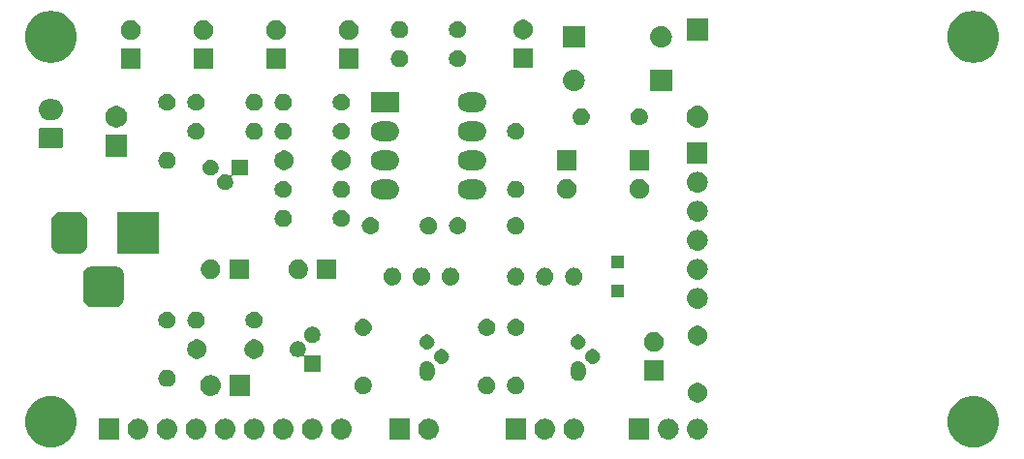
<source format=gbr>
G04 #@! TF.GenerationSoftware,KiCad,Pcbnew,(5.1.4)-1*
G04 #@! TF.CreationDate,2020-02-02T11:41:40+00:00*
G04 #@! TF.ProjectId,GFuzz,4746757a-7a2e-46b6-9963-61645f706362,rev?*
G04 #@! TF.SameCoordinates,Original*
G04 #@! TF.FileFunction,Soldermask,Bot*
G04 #@! TF.FilePolarity,Negative*
%FSLAX46Y46*%
G04 Gerber Fmt 4.6, Leading zero omitted, Abs format (unit mm)*
G04 Created by KiCad (PCBNEW (5.1.4)-1) date 2020-02-02 11:41:40*
%MOMM*%
%LPD*%
G04 APERTURE LIST*
%ADD10C,0.100000*%
G04 APERTURE END LIST*
D10*
G36*
X178075880Y-118409776D02*
G01*
X178456593Y-118485504D01*
X178866249Y-118655189D01*
X179234929Y-118901534D01*
X179548466Y-119215071D01*
X179794811Y-119583751D01*
X179964496Y-119993407D01*
X180051000Y-120428296D01*
X180051000Y-120871704D01*
X179964496Y-121306593D01*
X179794811Y-121716249D01*
X179548466Y-122084929D01*
X179234929Y-122398466D01*
X178866249Y-122644811D01*
X178456593Y-122814496D01*
X178075880Y-122890224D01*
X178021705Y-122901000D01*
X177578295Y-122901000D01*
X177524120Y-122890224D01*
X177143407Y-122814496D01*
X176733751Y-122644811D01*
X176365071Y-122398466D01*
X176051534Y-122084929D01*
X175805189Y-121716249D01*
X175635504Y-121306593D01*
X175549000Y-120871704D01*
X175549000Y-120428296D01*
X175635504Y-119993407D01*
X175805189Y-119583751D01*
X176051534Y-119215071D01*
X176365071Y-118901534D01*
X176733751Y-118655189D01*
X177143407Y-118485504D01*
X177524120Y-118409776D01*
X177578295Y-118399000D01*
X178021705Y-118399000D01*
X178075880Y-118409776D01*
X178075880Y-118409776D01*
G37*
G36*
X97430880Y-118409776D02*
G01*
X97811593Y-118485504D01*
X98221249Y-118655189D01*
X98589929Y-118901534D01*
X98903466Y-119215071D01*
X99149811Y-119583751D01*
X99319496Y-119993407D01*
X99406000Y-120428296D01*
X99406000Y-120871704D01*
X99319496Y-121306593D01*
X99149811Y-121716249D01*
X98903466Y-122084929D01*
X98589929Y-122398466D01*
X98221249Y-122644811D01*
X97811593Y-122814496D01*
X97430880Y-122890224D01*
X97376705Y-122901000D01*
X96933295Y-122901000D01*
X96879120Y-122890224D01*
X96498407Y-122814496D01*
X96088751Y-122644811D01*
X95720071Y-122398466D01*
X95406534Y-122084929D01*
X95160189Y-121716249D01*
X94990504Y-121306593D01*
X94904000Y-120871704D01*
X94904000Y-120428296D01*
X94990504Y-119993407D01*
X95160189Y-119583751D01*
X95406534Y-119215071D01*
X95720071Y-118901534D01*
X96088751Y-118655189D01*
X96498407Y-118485504D01*
X96879120Y-118409776D01*
X96933295Y-118399000D01*
X97376705Y-118399000D01*
X97430880Y-118409776D01*
X97430880Y-118409776D01*
G37*
G36*
X151240443Y-120390519D02*
G01*
X151306627Y-120397037D01*
X151476466Y-120448557D01*
X151632991Y-120532222D01*
X151668729Y-120561552D01*
X151770186Y-120644814D01*
X151853448Y-120746271D01*
X151882778Y-120782009D01*
X151966443Y-120938534D01*
X152017963Y-121108373D01*
X152035359Y-121285000D01*
X152017963Y-121461627D01*
X151966443Y-121631466D01*
X151882778Y-121787991D01*
X151853448Y-121823729D01*
X151770186Y-121925186D01*
X151668729Y-122008448D01*
X151632991Y-122037778D01*
X151476466Y-122121443D01*
X151306627Y-122172963D01*
X151240442Y-122179482D01*
X151174260Y-122186000D01*
X151085740Y-122186000D01*
X151019558Y-122179482D01*
X150953373Y-122172963D01*
X150783534Y-122121443D01*
X150627009Y-122037778D01*
X150591271Y-122008448D01*
X150489814Y-121925186D01*
X150406552Y-121823729D01*
X150377222Y-121787991D01*
X150293557Y-121631466D01*
X150242037Y-121461627D01*
X150224641Y-121285000D01*
X150242037Y-121108373D01*
X150293557Y-120938534D01*
X150377222Y-120782009D01*
X150406552Y-120746271D01*
X150489814Y-120644814D01*
X150591271Y-120561552D01*
X150627009Y-120532222D01*
X150783534Y-120448557D01*
X150953373Y-120397037D01*
X151019557Y-120390519D01*
X151085740Y-120384000D01*
X151174260Y-120384000D01*
X151240443Y-120390519D01*
X151240443Y-120390519D01*
G37*
G36*
X149491000Y-122186000D02*
G01*
X147689000Y-122186000D01*
X147689000Y-120384000D01*
X149491000Y-120384000D01*
X149491000Y-122186000D01*
X149491000Y-122186000D01*
G37*
G36*
X115045443Y-120390519D02*
G01*
X115111627Y-120397037D01*
X115281466Y-120448557D01*
X115437991Y-120532222D01*
X115473729Y-120561552D01*
X115575186Y-120644814D01*
X115658448Y-120746271D01*
X115687778Y-120782009D01*
X115771443Y-120938534D01*
X115822963Y-121108373D01*
X115840359Y-121285000D01*
X115822963Y-121461627D01*
X115771443Y-121631466D01*
X115687778Y-121787991D01*
X115658448Y-121823729D01*
X115575186Y-121925186D01*
X115473729Y-122008448D01*
X115437991Y-122037778D01*
X115281466Y-122121443D01*
X115111627Y-122172963D01*
X115045442Y-122179482D01*
X114979260Y-122186000D01*
X114890740Y-122186000D01*
X114824558Y-122179482D01*
X114758373Y-122172963D01*
X114588534Y-122121443D01*
X114432009Y-122037778D01*
X114396271Y-122008448D01*
X114294814Y-121925186D01*
X114211552Y-121823729D01*
X114182222Y-121787991D01*
X114098557Y-121631466D01*
X114047037Y-121461627D01*
X114029641Y-121285000D01*
X114047037Y-121108373D01*
X114098557Y-120938534D01*
X114182222Y-120782009D01*
X114211552Y-120746271D01*
X114294814Y-120644814D01*
X114396271Y-120561552D01*
X114432009Y-120532222D01*
X114588534Y-120448557D01*
X114758373Y-120397037D01*
X114824557Y-120390519D01*
X114890740Y-120384000D01*
X114979260Y-120384000D01*
X115045443Y-120390519D01*
X115045443Y-120390519D01*
G37*
G36*
X112505443Y-120390519D02*
G01*
X112571627Y-120397037D01*
X112741466Y-120448557D01*
X112897991Y-120532222D01*
X112933729Y-120561552D01*
X113035186Y-120644814D01*
X113118448Y-120746271D01*
X113147778Y-120782009D01*
X113231443Y-120938534D01*
X113282963Y-121108373D01*
X113300359Y-121285000D01*
X113282963Y-121461627D01*
X113231443Y-121631466D01*
X113147778Y-121787991D01*
X113118448Y-121823729D01*
X113035186Y-121925186D01*
X112933729Y-122008448D01*
X112897991Y-122037778D01*
X112741466Y-122121443D01*
X112571627Y-122172963D01*
X112505442Y-122179482D01*
X112439260Y-122186000D01*
X112350740Y-122186000D01*
X112284558Y-122179482D01*
X112218373Y-122172963D01*
X112048534Y-122121443D01*
X111892009Y-122037778D01*
X111856271Y-122008448D01*
X111754814Y-121925186D01*
X111671552Y-121823729D01*
X111642222Y-121787991D01*
X111558557Y-121631466D01*
X111507037Y-121461627D01*
X111489641Y-121285000D01*
X111507037Y-121108373D01*
X111558557Y-120938534D01*
X111642222Y-120782009D01*
X111671552Y-120746271D01*
X111754814Y-120644814D01*
X111856271Y-120561552D01*
X111892009Y-120532222D01*
X112048534Y-120448557D01*
X112218373Y-120397037D01*
X112284557Y-120390519D01*
X112350740Y-120384000D01*
X112439260Y-120384000D01*
X112505443Y-120390519D01*
X112505443Y-120390519D01*
G37*
G36*
X109965443Y-120390519D02*
G01*
X110031627Y-120397037D01*
X110201466Y-120448557D01*
X110357991Y-120532222D01*
X110393729Y-120561552D01*
X110495186Y-120644814D01*
X110578448Y-120746271D01*
X110607778Y-120782009D01*
X110691443Y-120938534D01*
X110742963Y-121108373D01*
X110760359Y-121285000D01*
X110742963Y-121461627D01*
X110691443Y-121631466D01*
X110607778Y-121787991D01*
X110578448Y-121823729D01*
X110495186Y-121925186D01*
X110393729Y-122008448D01*
X110357991Y-122037778D01*
X110201466Y-122121443D01*
X110031627Y-122172963D01*
X109965442Y-122179482D01*
X109899260Y-122186000D01*
X109810740Y-122186000D01*
X109744558Y-122179482D01*
X109678373Y-122172963D01*
X109508534Y-122121443D01*
X109352009Y-122037778D01*
X109316271Y-122008448D01*
X109214814Y-121925186D01*
X109131552Y-121823729D01*
X109102222Y-121787991D01*
X109018557Y-121631466D01*
X108967037Y-121461627D01*
X108949641Y-121285000D01*
X108967037Y-121108373D01*
X109018557Y-120938534D01*
X109102222Y-120782009D01*
X109131552Y-120746271D01*
X109214814Y-120644814D01*
X109316271Y-120561552D01*
X109352009Y-120532222D01*
X109508534Y-120448557D01*
X109678373Y-120397037D01*
X109744557Y-120390519D01*
X109810740Y-120384000D01*
X109899260Y-120384000D01*
X109965443Y-120390519D01*
X109965443Y-120390519D01*
G37*
G36*
X107425443Y-120390519D02*
G01*
X107491627Y-120397037D01*
X107661466Y-120448557D01*
X107817991Y-120532222D01*
X107853729Y-120561552D01*
X107955186Y-120644814D01*
X108038448Y-120746271D01*
X108067778Y-120782009D01*
X108151443Y-120938534D01*
X108202963Y-121108373D01*
X108220359Y-121285000D01*
X108202963Y-121461627D01*
X108151443Y-121631466D01*
X108067778Y-121787991D01*
X108038448Y-121823729D01*
X107955186Y-121925186D01*
X107853729Y-122008448D01*
X107817991Y-122037778D01*
X107661466Y-122121443D01*
X107491627Y-122172963D01*
X107425442Y-122179482D01*
X107359260Y-122186000D01*
X107270740Y-122186000D01*
X107204558Y-122179482D01*
X107138373Y-122172963D01*
X106968534Y-122121443D01*
X106812009Y-122037778D01*
X106776271Y-122008448D01*
X106674814Y-121925186D01*
X106591552Y-121823729D01*
X106562222Y-121787991D01*
X106478557Y-121631466D01*
X106427037Y-121461627D01*
X106409641Y-121285000D01*
X106427037Y-121108373D01*
X106478557Y-120938534D01*
X106562222Y-120782009D01*
X106591552Y-120746271D01*
X106674814Y-120644814D01*
X106776271Y-120561552D01*
X106812009Y-120532222D01*
X106968534Y-120448557D01*
X107138373Y-120397037D01*
X107204557Y-120390519D01*
X107270740Y-120384000D01*
X107359260Y-120384000D01*
X107425443Y-120390519D01*
X107425443Y-120390519D01*
G37*
G36*
X104885443Y-120390519D02*
G01*
X104951627Y-120397037D01*
X105121466Y-120448557D01*
X105277991Y-120532222D01*
X105313729Y-120561552D01*
X105415186Y-120644814D01*
X105498448Y-120746271D01*
X105527778Y-120782009D01*
X105611443Y-120938534D01*
X105662963Y-121108373D01*
X105680359Y-121285000D01*
X105662963Y-121461627D01*
X105611443Y-121631466D01*
X105527778Y-121787991D01*
X105498448Y-121823729D01*
X105415186Y-121925186D01*
X105313729Y-122008448D01*
X105277991Y-122037778D01*
X105121466Y-122121443D01*
X104951627Y-122172963D01*
X104885442Y-122179482D01*
X104819260Y-122186000D01*
X104730740Y-122186000D01*
X104664558Y-122179482D01*
X104598373Y-122172963D01*
X104428534Y-122121443D01*
X104272009Y-122037778D01*
X104236271Y-122008448D01*
X104134814Y-121925186D01*
X104051552Y-121823729D01*
X104022222Y-121787991D01*
X103938557Y-121631466D01*
X103887037Y-121461627D01*
X103869641Y-121285000D01*
X103887037Y-121108373D01*
X103938557Y-120938534D01*
X104022222Y-120782009D01*
X104051552Y-120746271D01*
X104134814Y-120644814D01*
X104236271Y-120561552D01*
X104272009Y-120532222D01*
X104428534Y-120448557D01*
X104598373Y-120397037D01*
X104664557Y-120390519D01*
X104730740Y-120384000D01*
X104819260Y-120384000D01*
X104885443Y-120390519D01*
X104885443Y-120390519D01*
G37*
G36*
X103136000Y-122186000D02*
G01*
X101334000Y-122186000D01*
X101334000Y-120384000D01*
X103136000Y-120384000D01*
X103136000Y-122186000D01*
X103136000Y-122186000D01*
G37*
G36*
X153780443Y-120390519D02*
G01*
X153846627Y-120397037D01*
X154016466Y-120448557D01*
X154172991Y-120532222D01*
X154208729Y-120561552D01*
X154310186Y-120644814D01*
X154393448Y-120746271D01*
X154422778Y-120782009D01*
X154506443Y-120938534D01*
X154557963Y-121108373D01*
X154575359Y-121285000D01*
X154557963Y-121461627D01*
X154506443Y-121631466D01*
X154422778Y-121787991D01*
X154393448Y-121823729D01*
X154310186Y-121925186D01*
X154208729Y-122008448D01*
X154172991Y-122037778D01*
X154016466Y-122121443D01*
X153846627Y-122172963D01*
X153780442Y-122179482D01*
X153714260Y-122186000D01*
X153625740Y-122186000D01*
X153559558Y-122179482D01*
X153493373Y-122172963D01*
X153323534Y-122121443D01*
X153167009Y-122037778D01*
X153131271Y-122008448D01*
X153029814Y-121925186D01*
X152946552Y-121823729D01*
X152917222Y-121787991D01*
X152833557Y-121631466D01*
X152782037Y-121461627D01*
X152764641Y-121285000D01*
X152782037Y-121108373D01*
X152833557Y-120938534D01*
X152917222Y-120782009D01*
X152946552Y-120746271D01*
X153029814Y-120644814D01*
X153131271Y-120561552D01*
X153167009Y-120532222D01*
X153323534Y-120448557D01*
X153493373Y-120397037D01*
X153559557Y-120390519D01*
X153625740Y-120384000D01*
X153714260Y-120384000D01*
X153780443Y-120390519D01*
X153780443Y-120390519D01*
G37*
G36*
X142985443Y-120390519D02*
G01*
X143051627Y-120397037D01*
X143221466Y-120448557D01*
X143377991Y-120532222D01*
X143413729Y-120561552D01*
X143515186Y-120644814D01*
X143598448Y-120746271D01*
X143627778Y-120782009D01*
X143711443Y-120938534D01*
X143762963Y-121108373D01*
X143780359Y-121285000D01*
X143762963Y-121461627D01*
X143711443Y-121631466D01*
X143627778Y-121787991D01*
X143598448Y-121823729D01*
X143515186Y-121925186D01*
X143413729Y-122008448D01*
X143377991Y-122037778D01*
X143221466Y-122121443D01*
X143051627Y-122172963D01*
X142985442Y-122179482D01*
X142919260Y-122186000D01*
X142830740Y-122186000D01*
X142764558Y-122179482D01*
X142698373Y-122172963D01*
X142528534Y-122121443D01*
X142372009Y-122037778D01*
X142336271Y-122008448D01*
X142234814Y-121925186D01*
X142151552Y-121823729D01*
X142122222Y-121787991D01*
X142038557Y-121631466D01*
X141987037Y-121461627D01*
X141969641Y-121285000D01*
X141987037Y-121108373D01*
X142038557Y-120938534D01*
X142122222Y-120782009D01*
X142151552Y-120746271D01*
X142234814Y-120644814D01*
X142336271Y-120561552D01*
X142372009Y-120532222D01*
X142528534Y-120448557D01*
X142698373Y-120397037D01*
X142764557Y-120390519D01*
X142830740Y-120384000D01*
X142919260Y-120384000D01*
X142985443Y-120390519D01*
X142985443Y-120390519D01*
G37*
G36*
X140445443Y-120390519D02*
G01*
X140511627Y-120397037D01*
X140681466Y-120448557D01*
X140837991Y-120532222D01*
X140873729Y-120561552D01*
X140975186Y-120644814D01*
X141058448Y-120746271D01*
X141087778Y-120782009D01*
X141171443Y-120938534D01*
X141222963Y-121108373D01*
X141240359Y-121285000D01*
X141222963Y-121461627D01*
X141171443Y-121631466D01*
X141087778Y-121787991D01*
X141058448Y-121823729D01*
X140975186Y-121925186D01*
X140873729Y-122008448D01*
X140837991Y-122037778D01*
X140681466Y-122121443D01*
X140511627Y-122172963D01*
X140445442Y-122179482D01*
X140379260Y-122186000D01*
X140290740Y-122186000D01*
X140224558Y-122179482D01*
X140158373Y-122172963D01*
X139988534Y-122121443D01*
X139832009Y-122037778D01*
X139796271Y-122008448D01*
X139694814Y-121925186D01*
X139611552Y-121823729D01*
X139582222Y-121787991D01*
X139498557Y-121631466D01*
X139447037Y-121461627D01*
X139429641Y-121285000D01*
X139447037Y-121108373D01*
X139498557Y-120938534D01*
X139582222Y-120782009D01*
X139611552Y-120746271D01*
X139694814Y-120644814D01*
X139796271Y-120561552D01*
X139832009Y-120532222D01*
X139988534Y-120448557D01*
X140158373Y-120397037D01*
X140224557Y-120390519D01*
X140290740Y-120384000D01*
X140379260Y-120384000D01*
X140445443Y-120390519D01*
X140445443Y-120390519D01*
G37*
G36*
X138696000Y-122186000D02*
G01*
X136894000Y-122186000D01*
X136894000Y-120384000D01*
X138696000Y-120384000D01*
X138696000Y-122186000D01*
X138696000Y-122186000D01*
G37*
G36*
X117585443Y-120390519D02*
G01*
X117651627Y-120397037D01*
X117821466Y-120448557D01*
X117977991Y-120532222D01*
X118013729Y-120561552D01*
X118115186Y-120644814D01*
X118198448Y-120746271D01*
X118227778Y-120782009D01*
X118311443Y-120938534D01*
X118362963Y-121108373D01*
X118380359Y-121285000D01*
X118362963Y-121461627D01*
X118311443Y-121631466D01*
X118227778Y-121787991D01*
X118198448Y-121823729D01*
X118115186Y-121925186D01*
X118013729Y-122008448D01*
X117977991Y-122037778D01*
X117821466Y-122121443D01*
X117651627Y-122172963D01*
X117585442Y-122179482D01*
X117519260Y-122186000D01*
X117430740Y-122186000D01*
X117364558Y-122179482D01*
X117298373Y-122172963D01*
X117128534Y-122121443D01*
X116972009Y-122037778D01*
X116936271Y-122008448D01*
X116834814Y-121925186D01*
X116751552Y-121823729D01*
X116722222Y-121787991D01*
X116638557Y-121631466D01*
X116587037Y-121461627D01*
X116569641Y-121285000D01*
X116587037Y-121108373D01*
X116638557Y-120938534D01*
X116722222Y-120782009D01*
X116751552Y-120746271D01*
X116834814Y-120644814D01*
X116936271Y-120561552D01*
X116972009Y-120532222D01*
X117128534Y-120448557D01*
X117298373Y-120397037D01*
X117364557Y-120390519D01*
X117430740Y-120384000D01*
X117519260Y-120384000D01*
X117585443Y-120390519D01*
X117585443Y-120390519D01*
G37*
G36*
X130285443Y-120390519D02*
G01*
X130351627Y-120397037D01*
X130521466Y-120448557D01*
X130677991Y-120532222D01*
X130713729Y-120561552D01*
X130815186Y-120644814D01*
X130898448Y-120746271D01*
X130927778Y-120782009D01*
X131011443Y-120938534D01*
X131062963Y-121108373D01*
X131080359Y-121285000D01*
X131062963Y-121461627D01*
X131011443Y-121631466D01*
X130927778Y-121787991D01*
X130898448Y-121823729D01*
X130815186Y-121925186D01*
X130713729Y-122008448D01*
X130677991Y-122037778D01*
X130521466Y-122121443D01*
X130351627Y-122172963D01*
X130285442Y-122179482D01*
X130219260Y-122186000D01*
X130130740Y-122186000D01*
X130064558Y-122179482D01*
X129998373Y-122172963D01*
X129828534Y-122121443D01*
X129672009Y-122037778D01*
X129636271Y-122008448D01*
X129534814Y-121925186D01*
X129451552Y-121823729D01*
X129422222Y-121787991D01*
X129338557Y-121631466D01*
X129287037Y-121461627D01*
X129269641Y-121285000D01*
X129287037Y-121108373D01*
X129338557Y-120938534D01*
X129422222Y-120782009D01*
X129451552Y-120746271D01*
X129534814Y-120644814D01*
X129636271Y-120561552D01*
X129672009Y-120532222D01*
X129828534Y-120448557D01*
X129998373Y-120397037D01*
X130064557Y-120390519D01*
X130130740Y-120384000D01*
X130219260Y-120384000D01*
X130285443Y-120390519D01*
X130285443Y-120390519D01*
G37*
G36*
X128536000Y-122186000D02*
G01*
X126734000Y-122186000D01*
X126734000Y-120384000D01*
X128536000Y-120384000D01*
X128536000Y-122186000D01*
X128536000Y-122186000D01*
G37*
G36*
X120125443Y-120390519D02*
G01*
X120191627Y-120397037D01*
X120361466Y-120448557D01*
X120517991Y-120532222D01*
X120553729Y-120561552D01*
X120655186Y-120644814D01*
X120738448Y-120746271D01*
X120767778Y-120782009D01*
X120851443Y-120938534D01*
X120902963Y-121108373D01*
X120920359Y-121285000D01*
X120902963Y-121461627D01*
X120851443Y-121631466D01*
X120767778Y-121787991D01*
X120738448Y-121823729D01*
X120655186Y-121925186D01*
X120553729Y-122008448D01*
X120517991Y-122037778D01*
X120361466Y-122121443D01*
X120191627Y-122172963D01*
X120125442Y-122179482D01*
X120059260Y-122186000D01*
X119970740Y-122186000D01*
X119904558Y-122179482D01*
X119838373Y-122172963D01*
X119668534Y-122121443D01*
X119512009Y-122037778D01*
X119476271Y-122008448D01*
X119374814Y-121925186D01*
X119291552Y-121823729D01*
X119262222Y-121787991D01*
X119178557Y-121631466D01*
X119127037Y-121461627D01*
X119109641Y-121285000D01*
X119127037Y-121108373D01*
X119178557Y-120938534D01*
X119262222Y-120782009D01*
X119291552Y-120746271D01*
X119374814Y-120644814D01*
X119476271Y-120561552D01*
X119512009Y-120532222D01*
X119668534Y-120448557D01*
X119838373Y-120397037D01*
X119904557Y-120390519D01*
X119970740Y-120384000D01*
X120059260Y-120384000D01*
X120125443Y-120390519D01*
X120125443Y-120390519D01*
G37*
G36*
X122665443Y-120390519D02*
G01*
X122731627Y-120397037D01*
X122901466Y-120448557D01*
X123057991Y-120532222D01*
X123093729Y-120561552D01*
X123195186Y-120644814D01*
X123278448Y-120746271D01*
X123307778Y-120782009D01*
X123391443Y-120938534D01*
X123442963Y-121108373D01*
X123460359Y-121285000D01*
X123442963Y-121461627D01*
X123391443Y-121631466D01*
X123307778Y-121787991D01*
X123278448Y-121823729D01*
X123195186Y-121925186D01*
X123093729Y-122008448D01*
X123057991Y-122037778D01*
X122901466Y-122121443D01*
X122731627Y-122172963D01*
X122665442Y-122179482D01*
X122599260Y-122186000D01*
X122510740Y-122186000D01*
X122444558Y-122179482D01*
X122378373Y-122172963D01*
X122208534Y-122121443D01*
X122052009Y-122037778D01*
X122016271Y-122008448D01*
X121914814Y-121925186D01*
X121831552Y-121823729D01*
X121802222Y-121787991D01*
X121718557Y-121631466D01*
X121667037Y-121461627D01*
X121649641Y-121285000D01*
X121667037Y-121108373D01*
X121718557Y-120938534D01*
X121802222Y-120782009D01*
X121831552Y-120746271D01*
X121914814Y-120644814D01*
X122016271Y-120561552D01*
X122052009Y-120532222D01*
X122208534Y-120448557D01*
X122378373Y-120397037D01*
X122444557Y-120390519D01*
X122510740Y-120384000D01*
X122599260Y-120384000D01*
X122665443Y-120390519D01*
X122665443Y-120390519D01*
G37*
G36*
X153918228Y-117291703D02*
G01*
X154073100Y-117355853D01*
X154212481Y-117448985D01*
X154331015Y-117567519D01*
X154424147Y-117706900D01*
X154488297Y-117861772D01*
X154521000Y-118026184D01*
X154521000Y-118193816D01*
X154488297Y-118358228D01*
X154424147Y-118513100D01*
X154331015Y-118652481D01*
X154212481Y-118771015D01*
X154073100Y-118864147D01*
X153918228Y-118928297D01*
X153753816Y-118961000D01*
X153586184Y-118961000D01*
X153421772Y-118928297D01*
X153266900Y-118864147D01*
X153127519Y-118771015D01*
X153008985Y-118652481D01*
X152915853Y-118513100D01*
X152851703Y-118358228D01*
X152819000Y-118193816D01*
X152819000Y-118026184D01*
X152851703Y-117861772D01*
X152915853Y-117706900D01*
X153008985Y-117567519D01*
X153127519Y-117448985D01*
X153266900Y-117355853D01*
X153421772Y-117291703D01*
X153586184Y-117259000D01*
X153753816Y-117259000D01*
X153918228Y-117291703D01*
X153918228Y-117291703D01*
G37*
G36*
X114566000Y-118376000D02*
G01*
X112764000Y-118376000D01*
X112764000Y-116574000D01*
X114566000Y-116574000D01*
X114566000Y-118376000D01*
X114566000Y-118376000D01*
G37*
G36*
X111235443Y-116580519D02*
G01*
X111301627Y-116587037D01*
X111471466Y-116638557D01*
X111627991Y-116722222D01*
X111630157Y-116724000D01*
X111765186Y-116834814D01*
X111848448Y-116936271D01*
X111877778Y-116972009D01*
X111961443Y-117128534D01*
X112012963Y-117298373D01*
X112030359Y-117475000D01*
X112012963Y-117651627D01*
X111961443Y-117821466D01*
X111877778Y-117977991D01*
X111848448Y-118013729D01*
X111765186Y-118115186D01*
X111669375Y-118193815D01*
X111627991Y-118227778D01*
X111471466Y-118311443D01*
X111301627Y-118362963D01*
X111235442Y-118369482D01*
X111169260Y-118376000D01*
X111080740Y-118376000D01*
X111014558Y-118369482D01*
X110948373Y-118362963D01*
X110778534Y-118311443D01*
X110622009Y-118227778D01*
X110580625Y-118193815D01*
X110484814Y-118115186D01*
X110401552Y-118013729D01*
X110372222Y-117977991D01*
X110288557Y-117821466D01*
X110237037Y-117651627D01*
X110219641Y-117475000D01*
X110237037Y-117298373D01*
X110288557Y-117128534D01*
X110372222Y-116972009D01*
X110401552Y-116936271D01*
X110484814Y-116834814D01*
X110619843Y-116724000D01*
X110622009Y-116722222D01*
X110778534Y-116638557D01*
X110948373Y-116587037D01*
X111014557Y-116580519D01*
X111080740Y-116574000D01*
X111169260Y-116574000D01*
X111235443Y-116580519D01*
X111235443Y-116580519D01*
G37*
G36*
X124679059Y-116752860D02*
G01*
X124815732Y-116809472D01*
X124938735Y-116891660D01*
X125043340Y-116996265D01*
X125125528Y-117119268D01*
X125125529Y-117119270D01*
X125182140Y-117255941D01*
X125211000Y-117401032D01*
X125211000Y-117548968D01*
X125190580Y-117651627D01*
X125182140Y-117694059D01*
X125125528Y-117830732D01*
X125043340Y-117953735D01*
X124938735Y-118058340D01*
X124815732Y-118140528D01*
X124815731Y-118140529D01*
X124815730Y-118140529D01*
X124679059Y-118197140D01*
X124533968Y-118226000D01*
X124386032Y-118226000D01*
X124240941Y-118197140D01*
X124104270Y-118140529D01*
X124104269Y-118140529D01*
X124104268Y-118140528D01*
X123981265Y-118058340D01*
X123876660Y-117953735D01*
X123794472Y-117830732D01*
X123737860Y-117694059D01*
X123729420Y-117651627D01*
X123709000Y-117548968D01*
X123709000Y-117401032D01*
X123737860Y-117255941D01*
X123794471Y-117119270D01*
X123794472Y-117119268D01*
X123876660Y-116996265D01*
X123981265Y-116891660D01*
X124104268Y-116809472D01*
X124240941Y-116752860D01*
X124386032Y-116724000D01*
X124533968Y-116724000D01*
X124679059Y-116752860D01*
X124679059Y-116752860D01*
G37*
G36*
X138014059Y-116752860D02*
G01*
X138150732Y-116809472D01*
X138273735Y-116891660D01*
X138378340Y-116996265D01*
X138460528Y-117119268D01*
X138460529Y-117119270D01*
X138517140Y-117255941D01*
X138546000Y-117401032D01*
X138546000Y-117548968D01*
X138525580Y-117651627D01*
X138517140Y-117694059D01*
X138460528Y-117830732D01*
X138378340Y-117953735D01*
X138273735Y-118058340D01*
X138150732Y-118140528D01*
X138150731Y-118140529D01*
X138150730Y-118140529D01*
X138014059Y-118197140D01*
X137868968Y-118226000D01*
X137721032Y-118226000D01*
X137575941Y-118197140D01*
X137439270Y-118140529D01*
X137439269Y-118140529D01*
X137439268Y-118140528D01*
X137316265Y-118058340D01*
X137211660Y-117953735D01*
X137129472Y-117830732D01*
X137072860Y-117694059D01*
X137064420Y-117651627D01*
X137044000Y-117548968D01*
X137044000Y-117401032D01*
X137072860Y-117255941D01*
X137129471Y-117119270D01*
X137129472Y-117119268D01*
X137211660Y-116996265D01*
X137316265Y-116891660D01*
X137439268Y-116809472D01*
X137575941Y-116752860D01*
X137721032Y-116724000D01*
X137868968Y-116724000D01*
X138014059Y-116752860D01*
X138014059Y-116752860D01*
G37*
G36*
X135474059Y-116752860D02*
G01*
X135610732Y-116809472D01*
X135733735Y-116891660D01*
X135838340Y-116996265D01*
X135920528Y-117119268D01*
X135920529Y-117119270D01*
X135977140Y-117255941D01*
X136006000Y-117401032D01*
X136006000Y-117548968D01*
X135985580Y-117651627D01*
X135977140Y-117694059D01*
X135920528Y-117830732D01*
X135838340Y-117953735D01*
X135733735Y-118058340D01*
X135610732Y-118140528D01*
X135610731Y-118140529D01*
X135610730Y-118140529D01*
X135474059Y-118197140D01*
X135328968Y-118226000D01*
X135181032Y-118226000D01*
X135035941Y-118197140D01*
X134899270Y-118140529D01*
X134899269Y-118140529D01*
X134899268Y-118140528D01*
X134776265Y-118058340D01*
X134671660Y-117953735D01*
X134589472Y-117830732D01*
X134532860Y-117694059D01*
X134524420Y-117651627D01*
X134504000Y-117548968D01*
X134504000Y-117401032D01*
X134532860Y-117255941D01*
X134589471Y-117119270D01*
X134589472Y-117119268D01*
X134671660Y-116996265D01*
X134776265Y-116891660D01*
X134899268Y-116809472D01*
X135035941Y-116752860D01*
X135181032Y-116724000D01*
X135328968Y-116724000D01*
X135474059Y-116752860D01*
X135474059Y-116752860D01*
G37*
G36*
X107388665Y-116092622D02*
G01*
X107462222Y-116099867D01*
X107603786Y-116142810D01*
X107734252Y-116212546D01*
X107764040Y-116236992D01*
X107848607Y-116306393D01*
X107918008Y-116390960D01*
X107942454Y-116420748D01*
X108012190Y-116551214D01*
X108055133Y-116692778D01*
X108069633Y-116840000D01*
X108055133Y-116987222D01*
X108012190Y-117128786D01*
X107942454Y-117259252D01*
X107918008Y-117289040D01*
X107848607Y-117373607D01*
X107764040Y-117443008D01*
X107734252Y-117467454D01*
X107603786Y-117537190D01*
X107462222Y-117580133D01*
X107388665Y-117587378D01*
X107351888Y-117591000D01*
X107278112Y-117591000D01*
X107241335Y-117587378D01*
X107167778Y-117580133D01*
X107026214Y-117537190D01*
X106895748Y-117467454D01*
X106865960Y-117443008D01*
X106781393Y-117373607D01*
X106711992Y-117289040D01*
X106687546Y-117259252D01*
X106617810Y-117128786D01*
X106574867Y-116987222D01*
X106560367Y-116840000D01*
X106574867Y-116692778D01*
X106617810Y-116551214D01*
X106687546Y-116420748D01*
X106711992Y-116390960D01*
X106781393Y-116306393D01*
X106865960Y-116236992D01*
X106895748Y-116212546D01*
X107026214Y-116142810D01*
X107167778Y-116099867D01*
X107241335Y-116092622D01*
X107278112Y-116089000D01*
X107351888Y-116089000D01*
X107388665Y-116092622D01*
X107388665Y-116092622D01*
G37*
G36*
X143383617Y-115363420D02*
G01*
X143474403Y-115390960D01*
X143506335Y-115400646D01*
X143619424Y-115461094D01*
X143718554Y-115542447D01*
X143799906Y-115641575D01*
X143860354Y-115754664D01*
X143870040Y-115786596D01*
X143897580Y-115877382D01*
X143907000Y-115973027D01*
X143907000Y-116436972D01*
X143897580Y-116532618D01*
X143885027Y-116574000D01*
X143860354Y-116655336D01*
X143799906Y-116768425D01*
X143718554Y-116867554D01*
X143619425Y-116948906D01*
X143506336Y-117009354D01*
X143474404Y-117019040D01*
X143383618Y-117046580D01*
X143256000Y-117059149D01*
X143128383Y-117046580D01*
X143037597Y-117019040D01*
X143005665Y-117009354D01*
X142892576Y-116948906D01*
X142793447Y-116867553D01*
X142712094Y-116768425D01*
X142651646Y-116655336D01*
X142626973Y-116574000D01*
X142614420Y-116532618D01*
X142605000Y-116436973D01*
X142605000Y-115973028D01*
X142614420Y-115877383D01*
X142651645Y-115754669D01*
X142651646Y-115754665D01*
X142712094Y-115641576D01*
X142793447Y-115542446D01*
X142892575Y-115461094D01*
X143005664Y-115400646D01*
X143037596Y-115390960D01*
X143128382Y-115363420D01*
X143256000Y-115350851D01*
X143383617Y-115363420D01*
X143383617Y-115363420D01*
G37*
G36*
X130175617Y-115363420D02*
G01*
X130266403Y-115390960D01*
X130298335Y-115400646D01*
X130411424Y-115461094D01*
X130510554Y-115542447D01*
X130591906Y-115641575D01*
X130652354Y-115754664D01*
X130662040Y-115786596D01*
X130689580Y-115877382D01*
X130699000Y-115973027D01*
X130699000Y-116436972D01*
X130689580Y-116532618D01*
X130677027Y-116574000D01*
X130652354Y-116655336D01*
X130591906Y-116768425D01*
X130510554Y-116867554D01*
X130411425Y-116948906D01*
X130298336Y-117009354D01*
X130266404Y-117019040D01*
X130175618Y-117046580D01*
X130048000Y-117059149D01*
X129920383Y-117046580D01*
X129829597Y-117019040D01*
X129797665Y-117009354D01*
X129684576Y-116948906D01*
X129585447Y-116867553D01*
X129504094Y-116768425D01*
X129443646Y-116655336D01*
X129418973Y-116574000D01*
X129406420Y-116532618D01*
X129397000Y-116436973D01*
X129397000Y-115973028D01*
X129406420Y-115877383D01*
X129443645Y-115754669D01*
X129443646Y-115754665D01*
X129504094Y-115641576D01*
X129585447Y-115542446D01*
X129684575Y-115461094D01*
X129797664Y-115400646D01*
X129829596Y-115390960D01*
X129920382Y-115363420D01*
X130048000Y-115350851D01*
X130175617Y-115363420D01*
X130175617Y-115363420D01*
G37*
G36*
X150711000Y-117016000D02*
G01*
X149009000Y-117016000D01*
X149009000Y-115314000D01*
X150711000Y-115314000D01*
X150711000Y-117016000D01*
X150711000Y-117016000D01*
G37*
G36*
X118949473Y-113625938D02*
G01*
X119077049Y-113678782D01*
X119191859Y-113755495D01*
X119289505Y-113853141D01*
X119366218Y-113967951D01*
X119419062Y-114095527D01*
X119446000Y-114230956D01*
X119446000Y-114369044D01*
X119419062Y-114504473D01*
X119366218Y-114632049D01*
X119331134Y-114684556D01*
X119319583Y-114706166D01*
X119312470Y-114729615D01*
X119310068Y-114754001D01*
X119312470Y-114778387D01*
X119319583Y-114801836D01*
X119331134Y-114823447D01*
X119346680Y-114842389D01*
X119365622Y-114857934D01*
X119387232Y-114869485D01*
X119410681Y-114876598D01*
X119435067Y-114879000D01*
X120716000Y-114879000D01*
X120716000Y-116281000D01*
X119314000Y-116281000D01*
X119314000Y-114996749D01*
X119311598Y-114972363D01*
X119304485Y-114948914D01*
X119292934Y-114927303D01*
X119277389Y-114908361D01*
X119258447Y-114892816D01*
X119236836Y-114881265D01*
X119213387Y-114874152D01*
X119189001Y-114871750D01*
X119164615Y-114874152D01*
X119141166Y-114881265D01*
X119119556Y-114892816D01*
X119077049Y-114921218D01*
X118949473Y-114974062D01*
X118814044Y-115001000D01*
X118675956Y-115001000D01*
X118540527Y-114974062D01*
X118412951Y-114921218D01*
X118298141Y-114844505D01*
X118200495Y-114746859D01*
X118123782Y-114632049D01*
X118070938Y-114504473D01*
X118044000Y-114369044D01*
X118044000Y-114230956D01*
X118070938Y-114095527D01*
X118123782Y-113967951D01*
X118200495Y-113853141D01*
X118298141Y-113755495D01*
X118412951Y-113678782D01*
X118540527Y-113625938D01*
X118675956Y-113599000D01*
X118814044Y-113599000D01*
X118949473Y-113625938D01*
X118949473Y-113625938D01*
G37*
G36*
X144589855Y-114287140D02*
G01*
X144653618Y-114293420D01*
X144728054Y-114316000D01*
X144776336Y-114330646D01*
X144889425Y-114391094D01*
X144988554Y-114472446D01*
X145069906Y-114571575D01*
X145130354Y-114684664D01*
X145130355Y-114684668D01*
X145167580Y-114807382D01*
X145180149Y-114935000D01*
X145167580Y-115062618D01*
X145150690Y-115118297D01*
X145130354Y-115185336D01*
X145069906Y-115298425D01*
X144988554Y-115397554D01*
X144889425Y-115478906D01*
X144776336Y-115539354D01*
X144744404Y-115549040D01*
X144653618Y-115576580D01*
X144589855Y-115582860D01*
X144557974Y-115586000D01*
X144494026Y-115586000D01*
X144462145Y-115582860D01*
X144398382Y-115576580D01*
X144307596Y-115549040D01*
X144275664Y-115539354D01*
X144162575Y-115478906D01*
X144063446Y-115397554D01*
X143982094Y-115298425D01*
X143921646Y-115185336D01*
X143901310Y-115118297D01*
X143884420Y-115062618D01*
X143871851Y-114935000D01*
X143884420Y-114807382D01*
X143921645Y-114684668D01*
X143921646Y-114684664D01*
X143982094Y-114571575D01*
X144063446Y-114472446D01*
X144162575Y-114391094D01*
X144275664Y-114330646D01*
X144323946Y-114316000D01*
X144398382Y-114293420D01*
X144462145Y-114287140D01*
X144494026Y-114284000D01*
X144557974Y-114284000D01*
X144589855Y-114287140D01*
X144589855Y-114287140D01*
G37*
G36*
X131381855Y-114287140D02*
G01*
X131445618Y-114293420D01*
X131520054Y-114316000D01*
X131568336Y-114330646D01*
X131681425Y-114391094D01*
X131780554Y-114472446D01*
X131861906Y-114571575D01*
X131922354Y-114684664D01*
X131922355Y-114684668D01*
X131959580Y-114807382D01*
X131972149Y-114935000D01*
X131959580Y-115062618D01*
X131942690Y-115118297D01*
X131922354Y-115185336D01*
X131861906Y-115298425D01*
X131780554Y-115397554D01*
X131681425Y-115478906D01*
X131568336Y-115539354D01*
X131536404Y-115549040D01*
X131445618Y-115576580D01*
X131381855Y-115582860D01*
X131349974Y-115586000D01*
X131286026Y-115586000D01*
X131254145Y-115582860D01*
X131190382Y-115576580D01*
X131099596Y-115549040D01*
X131067664Y-115539354D01*
X130954575Y-115478906D01*
X130855446Y-115397554D01*
X130774094Y-115298425D01*
X130713646Y-115185336D01*
X130693310Y-115118297D01*
X130676420Y-115062618D01*
X130663851Y-114935000D01*
X130676420Y-114807382D01*
X130713645Y-114684668D01*
X130713646Y-114684664D01*
X130774094Y-114571575D01*
X130855446Y-114472446D01*
X130954575Y-114391094D01*
X131067664Y-114330646D01*
X131115946Y-114316000D01*
X131190382Y-114293420D01*
X131254145Y-114287140D01*
X131286026Y-114284000D01*
X131349974Y-114284000D01*
X131381855Y-114287140D01*
X131381855Y-114287140D01*
G37*
G36*
X115183228Y-113481703D02*
G01*
X115338100Y-113545853D01*
X115477481Y-113638985D01*
X115596015Y-113757519D01*
X115689147Y-113896900D01*
X115753297Y-114051772D01*
X115786000Y-114216184D01*
X115786000Y-114383816D01*
X115753297Y-114548228D01*
X115689147Y-114703100D01*
X115596015Y-114842481D01*
X115477481Y-114961015D01*
X115338100Y-115054147D01*
X115183228Y-115118297D01*
X115018816Y-115151000D01*
X114851184Y-115151000D01*
X114686772Y-115118297D01*
X114531900Y-115054147D01*
X114392519Y-114961015D01*
X114273985Y-114842481D01*
X114180853Y-114703100D01*
X114116703Y-114548228D01*
X114084000Y-114383816D01*
X114084000Y-114216184D01*
X114116703Y-114051772D01*
X114180853Y-113896900D01*
X114273985Y-113757519D01*
X114392519Y-113638985D01*
X114531900Y-113545853D01*
X114686772Y-113481703D01*
X114851184Y-113449000D01*
X115018816Y-113449000D01*
X115183228Y-113481703D01*
X115183228Y-113481703D01*
G37*
G36*
X110183228Y-113481703D02*
G01*
X110338100Y-113545853D01*
X110477481Y-113638985D01*
X110596015Y-113757519D01*
X110689147Y-113896900D01*
X110753297Y-114051772D01*
X110786000Y-114216184D01*
X110786000Y-114383816D01*
X110753297Y-114548228D01*
X110689147Y-114703100D01*
X110596015Y-114842481D01*
X110477481Y-114961015D01*
X110338100Y-115054147D01*
X110183228Y-115118297D01*
X110018816Y-115151000D01*
X109851184Y-115151000D01*
X109686772Y-115118297D01*
X109531900Y-115054147D01*
X109392519Y-114961015D01*
X109273985Y-114842481D01*
X109180853Y-114703100D01*
X109116703Y-114548228D01*
X109084000Y-114383816D01*
X109084000Y-114216184D01*
X109116703Y-114051772D01*
X109180853Y-113896900D01*
X109273985Y-113757519D01*
X109392519Y-113638985D01*
X109531900Y-113545853D01*
X109686772Y-113481703D01*
X109851184Y-113449000D01*
X110018816Y-113449000D01*
X110183228Y-113481703D01*
X110183228Y-113481703D01*
G37*
G36*
X150108228Y-112846703D02*
G01*
X150263100Y-112910853D01*
X150402481Y-113003985D01*
X150521015Y-113122519D01*
X150614147Y-113261900D01*
X150678297Y-113416772D01*
X150711000Y-113581184D01*
X150711000Y-113748816D01*
X150678297Y-113913228D01*
X150614147Y-114068100D01*
X150521015Y-114207481D01*
X150402481Y-114326015D01*
X150263100Y-114419147D01*
X150108228Y-114483297D01*
X149943816Y-114516000D01*
X149776184Y-114516000D01*
X149611772Y-114483297D01*
X149456900Y-114419147D01*
X149317519Y-114326015D01*
X149198985Y-114207481D01*
X149105853Y-114068100D01*
X149041703Y-113913228D01*
X149009000Y-113748816D01*
X149009000Y-113581184D01*
X149041703Y-113416772D01*
X149105853Y-113261900D01*
X149198985Y-113122519D01*
X149317519Y-113003985D01*
X149456900Y-112910853D01*
X149611772Y-112846703D01*
X149776184Y-112814000D01*
X149943816Y-112814000D01*
X150108228Y-112846703D01*
X150108228Y-112846703D01*
G37*
G36*
X130111855Y-113017140D02*
G01*
X130175618Y-113023420D01*
X130266404Y-113050960D01*
X130298336Y-113060646D01*
X130411425Y-113121094D01*
X130510554Y-113202446D01*
X130591906Y-113301575D01*
X130652354Y-113414664D01*
X130652355Y-113414668D01*
X130689580Y-113537382D01*
X130702149Y-113665000D01*
X130689580Y-113792618D01*
X130662040Y-113883404D01*
X130652354Y-113915336D01*
X130591906Y-114028425D01*
X130510554Y-114127554D01*
X130411425Y-114208906D01*
X130298336Y-114269354D01*
X130266404Y-114279040D01*
X130175618Y-114306580D01*
X130111855Y-114312860D01*
X130079974Y-114316000D01*
X130016026Y-114316000D01*
X129984145Y-114312860D01*
X129920382Y-114306580D01*
X129829596Y-114279040D01*
X129797664Y-114269354D01*
X129684575Y-114208906D01*
X129585446Y-114127554D01*
X129504094Y-114028425D01*
X129443646Y-113915336D01*
X129433960Y-113883404D01*
X129406420Y-113792618D01*
X129393851Y-113665000D01*
X129406420Y-113537382D01*
X129443645Y-113414668D01*
X129443646Y-113414664D01*
X129504094Y-113301575D01*
X129585446Y-113202446D01*
X129684575Y-113121094D01*
X129797664Y-113060646D01*
X129829596Y-113050960D01*
X129920382Y-113023420D01*
X129984145Y-113017140D01*
X130016026Y-113014000D01*
X130079974Y-113014000D01*
X130111855Y-113017140D01*
X130111855Y-113017140D01*
G37*
G36*
X143319855Y-113017140D02*
G01*
X143383618Y-113023420D01*
X143474404Y-113050960D01*
X143506336Y-113060646D01*
X143619425Y-113121094D01*
X143718554Y-113202446D01*
X143799906Y-113301575D01*
X143860354Y-113414664D01*
X143860355Y-113414668D01*
X143897580Y-113537382D01*
X143910149Y-113665000D01*
X143897580Y-113792618D01*
X143870040Y-113883404D01*
X143860354Y-113915336D01*
X143799906Y-114028425D01*
X143718554Y-114127554D01*
X143619425Y-114208906D01*
X143506336Y-114269354D01*
X143474404Y-114279040D01*
X143383618Y-114306580D01*
X143319855Y-114312860D01*
X143287974Y-114316000D01*
X143224026Y-114316000D01*
X143192145Y-114312860D01*
X143128382Y-114306580D01*
X143037596Y-114279040D01*
X143005664Y-114269354D01*
X142892575Y-114208906D01*
X142793446Y-114127554D01*
X142712094Y-114028425D01*
X142651646Y-113915336D01*
X142641960Y-113883404D01*
X142614420Y-113792618D01*
X142601851Y-113665000D01*
X142614420Y-113537382D01*
X142651645Y-113414668D01*
X142651646Y-113414664D01*
X142712094Y-113301575D01*
X142793446Y-113202446D01*
X142892575Y-113121094D01*
X143005664Y-113060646D01*
X143037596Y-113050960D01*
X143128382Y-113023420D01*
X143192145Y-113017140D01*
X143224026Y-113014000D01*
X143287974Y-113014000D01*
X143319855Y-113017140D01*
X143319855Y-113017140D01*
G37*
G36*
X153918228Y-112291703D02*
G01*
X154073100Y-112355853D01*
X154212481Y-112448985D01*
X154331015Y-112567519D01*
X154424147Y-112706900D01*
X154488297Y-112861772D01*
X154521000Y-113026184D01*
X154521000Y-113193816D01*
X154488297Y-113358228D01*
X154424147Y-113513100D01*
X154331015Y-113652481D01*
X154212481Y-113771015D01*
X154073100Y-113864147D01*
X153918228Y-113928297D01*
X153753816Y-113961000D01*
X153586184Y-113961000D01*
X153421772Y-113928297D01*
X153266900Y-113864147D01*
X153127519Y-113771015D01*
X153008985Y-113652481D01*
X152915853Y-113513100D01*
X152851703Y-113358228D01*
X152819000Y-113193816D01*
X152819000Y-113026184D01*
X152851703Y-112861772D01*
X152915853Y-112706900D01*
X153008985Y-112567519D01*
X153127519Y-112448985D01*
X153266900Y-112355853D01*
X153421772Y-112291703D01*
X153586184Y-112259000D01*
X153753816Y-112259000D01*
X153918228Y-112291703D01*
X153918228Y-112291703D01*
G37*
G36*
X120219473Y-112365938D02*
G01*
X120347049Y-112418782D01*
X120461859Y-112495495D01*
X120559505Y-112593141D01*
X120636218Y-112707951D01*
X120689062Y-112835527D01*
X120716000Y-112970956D01*
X120716000Y-113109044D01*
X120689062Y-113244473D01*
X120636218Y-113372049D01*
X120559505Y-113486859D01*
X120461859Y-113584505D01*
X120347049Y-113661218D01*
X120219473Y-113714062D01*
X120084044Y-113741000D01*
X119945956Y-113741000D01*
X119810527Y-113714062D01*
X119682951Y-113661218D01*
X119568141Y-113584505D01*
X119470495Y-113486859D01*
X119393782Y-113372049D01*
X119340938Y-113244473D01*
X119314000Y-113109044D01*
X119314000Y-112970956D01*
X119340938Y-112835527D01*
X119393782Y-112707951D01*
X119470495Y-112593141D01*
X119568141Y-112495495D01*
X119682951Y-112418782D01*
X119810527Y-112365938D01*
X119945956Y-112339000D01*
X120084044Y-112339000D01*
X120219473Y-112365938D01*
X120219473Y-112365938D01*
G37*
G36*
X124533665Y-111647622D02*
G01*
X124607222Y-111654867D01*
X124748786Y-111697810D01*
X124879252Y-111767546D01*
X124909040Y-111791992D01*
X124993607Y-111861393D01*
X125063008Y-111945960D01*
X125087454Y-111975748D01*
X125157190Y-112106214D01*
X125200133Y-112247778D01*
X125214633Y-112395000D01*
X125200133Y-112542222D01*
X125157190Y-112683786D01*
X125087454Y-112814252D01*
X125069995Y-112835526D01*
X124993607Y-112928607D01*
X124909040Y-112998008D01*
X124879252Y-113022454D01*
X124748786Y-113092190D01*
X124607222Y-113135133D01*
X124533665Y-113142378D01*
X124496888Y-113146000D01*
X124423112Y-113146000D01*
X124386335Y-113142378D01*
X124312778Y-113135133D01*
X124171214Y-113092190D01*
X124040748Y-113022454D01*
X124010960Y-112998008D01*
X123926393Y-112928607D01*
X123850005Y-112835526D01*
X123832546Y-112814252D01*
X123762810Y-112683786D01*
X123719867Y-112542222D01*
X123705367Y-112395000D01*
X123719867Y-112247778D01*
X123762810Y-112106214D01*
X123832546Y-111975748D01*
X123856992Y-111945960D01*
X123926393Y-111861393D01*
X124010960Y-111791992D01*
X124040748Y-111767546D01*
X124171214Y-111697810D01*
X124312778Y-111654867D01*
X124386335Y-111647622D01*
X124423112Y-111644000D01*
X124496888Y-111644000D01*
X124533665Y-111647622D01*
X124533665Y-111647622D01*
G37*
G36*
X135328665Y-111647622D02*
G01*
X135402222Y-111654867D01*
X135543786Y-111697810D01*
X135674252Y-111767546D01*
X135704040Y-111791992D01*
X135788607Y-111861393D01*
X135858008Y-111945960D01*
X135882454Y-111975748D01*
X135952190Y-112106214D01*
X135995133Y-112247778D01*
X136009633Y-112395000D01*
X135995133Y-112542222D01*
X135952190Y-112683786D01*
X135882454Y-112814252D01*
X135864995Y-112835526D01*
X135788607Y-112928607D01*
X135704040Y-112998008D01*
X135674252Y-113022454D01*
X135543786Y-113092190D01*
X135402222Y-113135133D01*
X135328665Y-113142378D01*
X135291888Y-113146000D01*
X135218112Y-113146000D01*
X135181335Y-113142378D01*
X135107778Y-113135133D01*
X134966214Y-113092190D01*
X134835748Y-113022454D01*
X134805960Y-112998008D01*
X134721393Y-112928607D01*
X134645005Y-112835526D01*
X134627546Y-112814252D01*
X134557810Y-112683786D01*
X134514867Y-112542222D01*
X134500367Y-112395000D01*
X134514867Y-112247778D01*
X134557810Y-112106214D01*
X134627546Y-111975748D01*
X134651992Y-111945960D01*
X134721393Y-111861393D01*
X134805960Y-111791992D01*
X134835748Y-111767546D01*
X134966214Y-111697810D01*
X135107778Y-111654867D01*
X135181335Y-111647622D01*
X135218112Y-111644000D01*
X135291888Y-111644000D01*
X135328665Y-111647622D01*
X135328665Y-111647622D01*
G37*
G36*
X137868665Y-111647622D02*
G01*
X137942222Y-111654867D01*
X138083786Y-111697810D01*
X138214252Y-111767546D01*
X138244040Y-111791992D01*
X138328607Y-111861393D01*
X138398008Y-111945960D01*
X138422454Y-111975748D01*
X138492190Y-112106214D01*
X138535133Y-112247778D01*
X138549633Y-112395000D01*
X138535133Y-112542222D01*
X138492190Y-112683786D01*
X138422454Y-112814252D01*
X138404995Y-112835526D01*
X138328607Y-112928607D01*
X138244040Y-112998008D01*
X138214252Y-113022454D01*
X138083786Y-113092190D01*
X137942222Y-113135133D01*
X137868665Y-113142378D01*
X137831888Y-113146000D01*
X137758112Y-113146000D01*
X137721335Y-113142378D01*
X137647778Y-113135133D01*
X137506214Y-113092190D01*
X137375748Y-113022454D01*
X137345960Y-112998008D01*
X137261393Y-112928607D01*
X137185005Y-112835526D01*
X137167546Y-112814252D01*
X137097810Y-112683786D01*
X137054867Y-112542222D01*
X137040367Y-112395000D01*
X137054867Y-112247778D01*
X137097810Y-112106214D01*
X137167546Y-111975748D01*
X137191992Y-111945960D01*
X137261393Y-111861393D01*
X137345960Y-111791992D01*
X137375748Y-111767546D01*
X137506214Y-111697810D01*
X137647778Y-111654867D01*
X137721335Y-111647622D01*
X137758112Y-111644000D01*
X137831888Y-111644000D01*
X137868665Y-111647622D01*
X137868665Y-111647622D01*
G37*
G36*
X115154059Y-111037860D02*
G01*
X115214294Y-111062810D01*
X115290732Y-111094472D01*
X115413735Y-111176660D01*
X115518340Y-111281265D01*
X115600528Y-111404268D01*
X115600529Y-111404270D01*
X115657140Y-111540941D01*
X115686000Y-111686032D01*
X115686000Y-111833968D01*
X115657140Y-111979059D01*
X115604471Y-112106214D01*
X115600528Y-112115732D01*
X115518340Y-112238735D01*
X115413735Y-112343340D01*
X115290732Y-112425528D01*
X115290731Y-112425529D01*
X115290730Y-112425529D01*
X115154059Y-112482140D01*
X115008968Y-112511000D01*
X114861032Y-112511000D01*
X114715941Y-112482140D01*
X114579270Y-112425529D01*
X114579269Y-112425529D01*
X114579268Y-112425528D01*
X114456265Y-112343340D01*
X114351660Y-112238735D01*
X114269472Y-112115732D01*
X114265530Y-112106214D01*
X114212860Y-111979059D01*
X114184000Y-111833968D01*
X114184000Y-111686032D01*
X114212860Y-111540941D01*
X114269471Y-111404270D01*
X114269472Y-111404268D01*
X114351660Y-111281265D01*
X114456265Y-111176660D01*
X114579268Y-111094472D01*
X114655707Y-111062810D01*
X114715941Y-111037860D01*
X114861032Y-111009000D01*
X115008968Y-111009000D01*
X115154059Y-111037860D01*
X115154059Y-111037860D01*
G37*
G36*
X109928665Y-111012622D02*
G01*
X110002222Y-111019867D01*
X110143786Y-111062810D01*
X110274252Y-111132546D01*
X110304040Y-111156992D01*
X110388607Y-111226393D01*
X110458008Y-111310960D01*
X110482454Y-111340748D01*
X110552190Y-111471214D01*
X110595133Y-111612778D01*
X110609633Y-111760000D01*
X110595133Y-111907222D01*
X110552190Y-112048786D01*
X110482454Y-112179252D01*
X110458008Y-112209040D01*
X110388607Y-112293607D01*
X110328004Y-112343341D01*
X110274252Y-112387454D01*
X110143786Y-112457190D01*
X110002222Y-112500133D01*
X109928665Y-112507378D01*
X109891888Y-112511000D01*
X109818112Y-112511000D01*
X109781335Y-112507378D01*
X109707778Y-112500133D01*
X109566214Y-112457190D01*
X109435748Y-112387454D01*
X109381996Y-112343341D01*
X109321393Y-112293607D01*
X109251992Y-112209040D01*
X109227546Y-112179252D01*
X109157810Y-112048786D01*
X109114867Y-111907222D01*
X109100367Y-111760000D01*
X109114867Y-111612778D01*
X109157810Y-111471214D01*
X109227546Y-111340748D01*
X109251992Y-111310960D01*
X109321393Y-111226393D01*
X109405960Y-111156992D01*
X109435748Y-111132546D01*
X109566214Y-111062810D01*
X109707778Y-111019867D01*
X109781335Y-111012622D01*
X109818112Y-111009000D01*
X109891888Y-111009000D01*
X109928665Y-111012622D01*
X109928665Y-111012622D01*
G37*
G36*
X107534059Y-111037860D02*
G01*
X107594294Y-111062810D01*
X107670732Y-111094472D01*
X107793735Y-111176660D01*
X107898340Y-111281265D01*
X107980528Y-111404268D01*
X107980529Y-111404270D01*
X108037140Y-111540941D01*
X108066000Y-111686032D01*
X108066000Y-111833968D01*
X108037140Y-111979059D01*
X107984471Y-112106214D01*
X107980528Y-112115732D01*
X107898340Y-112238735D01*
X107793735Y-112343340D01*
X107670732Y-112425528D01*
X107670731Y-112425529D01*
X107670730Y-112425529D01*
X107534059Y-112482140D01*
X107388968Y-112511000D01*
X107241032Y-112511000D01*
X107095941Y-112482140D01*
X106959270Y-112425529D01*
X106959269Y-112425529D01*
X106959268Y-112425528D01*
X106836265Y-112343340D01*
X106731660Y-112238735D01*
X106649472Y-112115732D01*
X106645530Y-112106214D01*
X106592860Y-111979059D01*
X106564000Y-111833968D01*
X106564000Y-111686032D01*
X106592860Y-111540941D01*
X106649471Y-111404270D01*
X106649472Y-111404268D01*
X106731660Y-111281265D01*
X106836265Y-111176660D01*
X106959268Y-111094472D01*
X107035707Y-111062810D01*
X107095941Y-111037860D01*
X107241032Y-111009000D01*
X107388968Y-111009000D01*
X107534059Y-111037860D01*
X107534059Y-111037860D01*
G37*
G36*
X153780443Y-108960519D02*
G01*
X153846627Y-108967037D01*
X154016466Y-109018557D01*
X154172991Y-109102222D01*
X154208729Y-109131552D01*
X154310186Y-109214814D01*
X154393448Y-109316271D01*
X154422778Y-109352009D01*
X154506443Y-109508534D01*
X154557963Y-109678373D01*
X154575359Y-109855000D01*
X154557963Y-110031627D01*
X154506443Y-110201466D01*
X154422778Y-110357991D01*
X154406972Y-110377250D01*
X154310186Y-110495186D01*
X154216033Y-110572454D01*
X154172991Y-110607778D01*
X154016466Y-110691443D01*
X153846627Y-110742963D01*
X153780442Y-110749482D01*
X153714260Y-110756000D01*
X153625740Y-110756000D01*
X153559558Y-110749482D01*
X153493373Y-110742963D01*
X153323534Y-110691443D01*
X153167009Y-110607778D01*
X153123967Y-110572454D01*
X153029814Y-110495186D01*
X152933028Y-110377250D01*
X152917222Y-110357991D01*
X152833557Y-110201466D01*
X152782037Y-110031627D01*
X152764641Y-109855000D01*
X152782037Y-109678373D01*
X152833557Y-109508534D01*
X152917222Y-109352009D01*
X152946552Y-109316271D01*
X153029814Y-109214814D01*
X153131271Y-109131552D01*
X153167009Y-109102222D01*
X153323534Y-109018557D01*
X153493373Y-108967037D01*
X153559557Y-108960519D01*
X153625740Y-108954000D01*
X153714260Y-108954000D01*
X153780443Y-108960519D01*
X153780443Y-108960519D01*
G37*
G36*
X102901366Y-107055695D02*
G01*
X103058460Y-107103349D01*
X103203231Y-107180731D01*
X103330128Y-107284872D01*
X103434269Y-107411769D01*
X103511651Y-107556540D01*
X103559305Y-107713634D01*
X103576000Y-107883140D01*
X103576000Y-109796860D01*
X103559305Y-109966366D01*
X103511651Y-110123460D01*
X103434269Y-110268231D01*
X103330128Y-110395128D01*
X103203231Y-110499269D01*
X103058460Y-110576651D01*
X102901366Y-110624305D01*
X102731860Y-110641000D01*
X100818140Y-110641000D01*
X100648634Y-110624305D01*
X100491540Y-110576651D01*
X100346769Y-110499269D01*
X100219872Y-110395128D01*
X100115731Y-110268231D01*
X100038349Y-110123460D01*
X99990695Y-109966366D01*
X99974000Y-109796860D01*
X99974000Y-107883140D01*
X99990695Y-107713634D01*
X100038349Y-107556540D01*
X100115731Y-107411769D01*
X100219872Y-107284872D01*
X100346769Y-107180731D01*
X100491540Y-107103349D01*
X100648634Y-107055695D01*
X100818140Y-107039000D01*
X102731860Y-107039000D01*
X102901366Y-107055695D01*
X102901366Y-107055695D01*
G37*
G36*
X147236000Y-109771000D02*
G01*
X146134000Y-109771000D01*
X146134000Y-108669000D01*
X147236000Y-108669000D01*
X147236000Y-109771000D01*
X147236000Y-109771000D01*
G37*
G36*
X129665589Y-107188876D02*
G01*
X129764893Y-107208629D01*
X129905206Y-107266748D01*
X130031484Y-107351125D01*
X130138875Y-107458516D01*
X130223252Y-107584794D01*
X130281371Y-107725107D01*
X130299846Y-107817989D01*
X130307702Y-107857480D01*
X130311000Y-107874063D01*
X130311000Y-108025937D01*
X130281371Y-108174893D01*
X130223252Y-108315206D01*
X130138875Y-108441484D01*
X130031484Y-108548875D01*
X129905206Y-108633252D01*
X129764893Y-108691371D01*
X129665589Y-108711124D01*
X129615938Y-108721000D01*
X129464062Y-108721000D01*
X129414411Y-108711124D01*
X129315107Y-108691371D01*
X129174794Y-108633252D01*
X129048516Y-108548875D01*
X128941125Y-108441484D01*
X128856748Y-108315206D01*
X128798629Y-108174893D01*
X128769000Y-108025937D01*
X128769000Y-107874063D01*
X128772299Y-107857480D01*
X128780154Y-107817989D01*
X128798629Y-107725107D01*
X128856748Y-107584794D01*
X128941125Y-107458516D01*
X129048516Y-107351125D01*
X129174794Y-107266748D01*
X129315107Y-107208629D01*
X129414411Y-107188876D01*
X129464062Y-107179000D01*
X129615938Y-107179000D01*
X129665589Y-107188876D01*
X129665589Y-107188876D01*
G37*
G36*
X132205589Y-107188876D02*
G01*
X132304893Y-107208629D01*
X132445206Y-107266748D01*
X132571484Y-107351125D01*
X132678875Y-107458516D01*
X132763252Y-107584794D01*
X132821371Y-107725107D01*
X132839846Y-107817989D01*
X132847702Y-107857480D01*
X132851000Y-107874063D01*
X132851000Y-108025937D01*
X132821371Y-108174893D01*
X132763252Y-108315206D01*
X132678875Y-108441484D01*
X132571484Y-108548875D01*
X132445206Y-108633252D01*
X132304893Y-108691371D01*
X132205589Y-108711124D01*
X132155938Y-108721000D01*
X132004062Y-108721000D01*
X131954411Y-108711124D01*
X131855107Y-108691371D01*
X131714794Y-108633252D01*
X131588516Y-108548875D01*
X131481125Y-108441484D01*
X131396748Y-108315206D01*
X131338629Y-108174893D01*
X131309000Y-108025937D01*
X131309000Y-107874063D01*
X131312299Y-107857480D01*
X131320154Y-107817989D01*
X131338629Y-107725107D01*
X131396748Y-107584794D01*
X131481125Y-107458516D01*
X131588516Y-107351125D01*
X131714794Y-107266748D01*
X131855107Y-107208629D01*
X131954411Y-107188876D01*
X132004062Y-107179000D01*
X132155938Y-107179000D01*
X132205589Y-107188876D01*
X132205589Y-107188876D01*
G37*
G36*
X143000589Y-107188876D02*
G01*
X143099893Y-107208629D01*
X143240206Y-107266748D01*
X143366484Y-107351125D01*
X143473875Y-107458516D01*
X143558252Y-107584794D01*
X143616371Y-107725107D01*
X143634846Y-107817989D01*
X143642702Y-107857480D01*
X143646000Y-107874063D01*
X143646000Y-108025937D01*
X143616371Y-108174893D01*
X143558252Y-108315206D01*
X143473875Y-108441484D01*
X143366484Y-108548875D01*
X143240206Y-108633252D01*
X143099893Y-108691371D01*
X143000589Y-108711124D01*
X142950938Y-108721000D01*
X142799062Y-108721000D01*
X142749411Y-108711124D01*
X142650107Y-108691371D01*
X142509794Y-108633252D01*
X142383516Y-108548875D01*
X142276125Y-108441484D01*
X142191748Y-108315206D01*
X142133629Y-108174893D01*
X142104000Y-108025937D01*
X142104000Y-107874063D01*
X142107299Y-107857480D01*
X142115154Y-107817989D01*
X142133629Y-107725107D01*
X142191748Y-107584794D01*
X142276125Y-107458516D01*
X142383516Y-107351125D01*
X142509794Y-107266748D01*
X142650107Y-107208629D01*
X142749411Y-107188876D01*
X142799062Y-107179000D01*
X142950938Y-107179000D01*
X143000589Y-107188876D01*
X143000589Y-107188876D01*
G37*
G36*
X140460589Y-107188876D02*
G01*
X140559893Y-107208629D01*
X140700206Y-107266748D01*
X140826484Y-107351125D01*
X140933875Y-107458516D01*
X141018252Y-107584794D01*
X141076371Y-107725107D01*
X141094846Y-107817989D01*
X141102702Y-107857480D01*
X141106000Y-107874063D01*
X141106000Y-108025937D01*
X141076371Y-108174893D01*
X141018252Y-108315206D01*
X140933875Y-108441484D01*
X140826484Y-108548875D01*
X140700206Y-108633252D01*
X140559893Y-108691371D01*
X140460589Y-108711124D01*
X140410938Y-108721000D01*
X140259062Y-108721000D01*
X140209411Y-108711124D01*
X140110107Y-108691371D01*
X139969794Y-108633252D01*
X139843516Y-108548875D01*
X139736125Y-108441484D01*
X139651748Y-108315206D01*
X139593629Y-108174893D01*
X139564000Y-108025937D01*
X139564000Y-107874063D01*
X139567299Y-107857480D01*
X139575154Y-107817989D01*
X139593629Y-107725107D01*
X139651748Y-107584794D01*
X139736125Y-107458516D01*
X139843516Y-107351125D01*
X139969794Y-107266748D01*
X140110107Y-107208629D01*
X140209411Y-107188876D01*
X140259062Y-107179000D01*
X140410938Y-107179000D01*
X140460589Y-107188876D01*
X140460589Y-107188876D01*
G37*
G36*
X137920589Y-107188876D02*
G01*
X138019893Y-107208629D01*
X138160206Y-107266748D01*
X138286484Y-107351125D01*
X138393875Y-107458516D01*
X138478252Y-107584794D01*
X138536371Y-107725107D01*
X138554846Y-107817989D01*
X138562702Y-107857480D01*
X138566000Y-107874063D01*
X138566000Y-108025937D01*
X138536371Y-108174893D01*
X138478252Y-108315206D01*
X138393875Y-108441484D01*
X138286484Y-108548875D01*
X138160206Y-108633252D01*
X138019893Y-108691371D01*
X137920589Y-108711124D01*
X137870938Y-108721000D01*
X137719062Y-108721000D01*
X137669411Y-108711124D01*
X137570107Y-108691371D01*
X137429794Y-108633252D01*
X137303516Y-108548875D01*
X137196125Y-108441484D01*
X137111748Y-108315206D01*
X137053629Y-108174893D01*
X137024000Y-108025937D01*
X137024000Y-107874063D01*
X137027299Y-107857480D01*
X137035154Y-107817989D01*
X137053629Y-107725107D01*
X137111748Y-107584794D01*
X137196125Y-107458516D01*
X137303516Y-107351125D01*
X137429794Y-107266748D01*
X137570107Y-107208629D01*
X137669411Y-107188876D01*
X137719062Y-107179000D01*
X137870938Y-107179000D01*
X137920589Y-107188876D01*
X137920589Y-107188876D01*
G37*
G36*
X127125589Y-107188876D02*
G01*
X127224893Y-107208629D01*
X127365206Y-107266748D01*
X127491484Y-107351125D01*
X127598875Y-107458516D01*
X127683252Y-107584794D01*
X127741371Y-107725107D01*
X127759846Y-107817989D01*
X127767702Y-107857480D01*
X127771000Y-107874063D01*
X127771000Y-108025937D01*
X127741371Y-108174893D01*
X127683252Y-108315206D01*
X127598875Y-108441484D01*
X127491484Y-108548875D01*
X127365206Y-108633252D01*
X127224893Y-108691371D01*
X127125589Y-108711124D01*
X127075938Y-108721000D01*
X126924062Y-108721000D01*
X126874411Y-108711124D01*
X126775107Y-108691371D01*
X126634794Y-108633252D01*
X126508516Y-108548875D01*
X126401125Y-108441484D01*
X126316748Y-108315206D01*
X126258629Y-108174893D01*
X126229000Y-108025937D01*
X126229000Y-107874063D01*
X126232299Y-107857480D01*
X126240154Y-107817989D01*
X126258629Y-107725107D01*
X126316748Y-107584794D01*
X126401125Y-107458516D01*
X126508516Y-107351125D01*
X126634794Y-107266748D01*
X126775107Y-107208629D01*
X126874411Y-107188876D01*
X126924062Y-107179000D01*
X127075938Y-107179000D01*
X127125589Y-107188876D01*
X127125589Y-107188876D01*
G37*
G36*
X153780443Y-106420519D02*
G01*
X153846627Y-106427037D01*
X154016466Y-106478557D01*
X154172991Y-106562222D01*
X154208729Y-106591552D01*
X154310186Y-106674814D01*
X154390369Y-106772519D01*
X154422778Y-106812009D01*
X154506443Y-106968534D01*
X154557963Y-107138373D01*
X154575359Y-107315000D01*
X154557963Y-107491627D01*
X154506443Y-107661466D01*
X154422778Y-107817991D01*
X154393448Y-107853729D01*
X154310186Y-107955186D01*
X154223974Y-108025937D01*
X154172991Y-108067778D01*
X154016466Y-108151443D01*
X153846627Y-108202963D01*
X153780443Y-108209481D01*
X153714260Y-108216000D01*
X153625740Y-108216000D01*
X153559557Y-108209481D01*
X153493373Y-108202963D01*
X153323534Y-108151443D01*
X153167009Y-108067778D01*
X153116026Y-108025937D01*
X153029814Y-107955186D01*
X152946552Y-107853729D01*
X152917222Y-107817991D01*
X152833557Y-107661466D01*
X152782037Y-107491627D01*
X152764641Y-107315000D01*
X152782037Y-107138373D01*
X152833557Y-106968534D01*
X152917222Y-106812009D01*
X152949631Y-106772519D01*
X153029814Y-106674814D01*
X153131271Y-106591552D01*
X153167009Y-106562222D01*
X153323534Y-106478557D01*
X153493373Y-106427037D01*
X153559557Y-106420519D01*
X153625740Y-106414000D01*
X153714260Y-106414000D01*
X153780443Y-106420519D01*
X153780443Y-106420519D01*
G37*
G36*
X111373228Y-106496703D02*
G01*
X111528100Y-106560853D01*
X111667481Y-106653985D01*
X111786015Y-106772519D01*
X111879147Y-106911900D01*
X111943297Y-107066772D01*
X111976000Y-107231184D01*
X111976000Y-107398816D01*
X111943297Y-107563228D01*
X111879147Y-107718100D01*
X111786015Y-107857481D01*
X111667481Y-107976015D01*
X111528100Y-108069147D01*
X111373228Y-108133297D01*
X111208816Y-108166000D01*
X111041184Y-108166000D01*
X110876772Y-108133297D01*
X110721900Y-108069147D01*
X110582519Y-107976015D01*
X110463985Y-107857481D01*
X110370853Y-107718100D01*
X110306703Y-107563228D01*
X110274000Y-107398816D01*
X110274000Y-107231184D01*
X110306703Y-107066772D01*
X110370853Y-106911900D01*
X110463985Y-106772519D01*
X110582519Y-106653985D01*
X110721900Y-106560853D01*
X110876772Y-106496703D01*
X111041184Y-106464000D01*
X111208816Y-106464000D01*
X111373228Y-106496703D01*
X111373228Y-106496703D01*
G37*
G36*
X114476000Y-108166000D02*
G01*
X112774000Y-108166000D01*
X112774000Y-106464000D01*
X114476000Y-106464000D01*
X114476000Y-108166000D01*
X114476000Y-108166000D01*
G37*
G36*
X119033228Y-106496703D02*
G01*
X119188100Y-106560853D01*
X119327481Y-106653985D01*
X119446015Y-106772519D01*
X119539147Y-106911900D01*
X119603297Y-107066772D01*
X119636000Y-107231184D01*
X119636000Y-107398816D01*
X119603297Y-107563228D01*
X119539147Y-107718100D01*
X119446015Y-107857481D01*
X119327481Y-107976015D01*
X119188100Y-108069147D01*
X119033228Y-108133297D01*
X118868816Y-108166000D01*
X118701184Y-108166000D01*
X118536772Y-108133297D01*
X118381900Y-108069147D01*
X118242519Y-107976015D01*
X118123985Y-107857481D01*
X118030853Y-107718100D01*
X117966703Y-107563228D01*
X117934000Y-107398816D01*
X117934000Y-107231184D01*
X117966703Y-107066772D01*
X118030853Y-106911900D01*
X118123985Y-106772519D01*
X118242519Y-106653985D01*
X118381900Y-106560853D01*
X118536772Y-106496703D01*
X118701184Y-106464000D01*
X118868816Y-106464000D01*
X119033228Y-106496703D01*
X119033228Y-106496703D01*
G37*
G36*
X122136000Y-108166000D02*
G01*
X120434000Y-108166000D01*
X120434000Y-106464000D01*
X122136000Y-106464000D01*
X122136000Y-108166000D01*
X122136000Y-108166000D01*
G37*
G36*
X147236000Y-107231000D02*
G01*
X146134000Y-107231000D01*
X146134000Y-106129000D01*
X147236000Y-106129000D01*
X147236000Y-107231000D01*
X147236000Y-107231000D01*
G37*
G36*
X99751979Y-102353293D02*
G01*
X99885625Y-102393834D01*
X100008784Y-102459664D01*
X100116740Y-102548260D01*
X100205336Y-102656216D01*
X100271166Y-102779375D01*
X100311707Y-102913021D01*
X100326000Y-103058140D01*
X100326000Y-105221860D01*
X100311707Y-105366979D01*
X100271166Y-105500625D01*
X100205336Y-105623784D01*
X100116740Y-105731740D01*
X100008784Y-105820336D01*
X99885625Y-105886166D01*
X99751979Y-105926707D01*
X99606860Y-105941000D01*
X97943140Y-105941000D01*
X97798021Y-105926707D01*
X97664375Y-105886166D01*
X97541216Y-105820336D01*
X97433260Y-105731740D01*
X97344664Y-105623784D01*
X97278834Y-105500625D01*
X97238293Y-105366979D01*
X97224000Y-105221860D01*
X97224000Y-103058140D01*
X97238293Y-102913021D01*
X97278834Y-102779375D01*
X97344664Y-102656216D01*
X97433260Y-102548260D01*
X97541216Y-102459664D01*
X97664375Y-102393834D01*
X97798021Y-102353293D01*
X97943140Y-102339000D01*
X99606860Y-102339000D01*
X99751979Y-102353293D01*
X99751979Y-102353293D01*
G37*
G36*
X106576000Y-105941000D02*
G01*
X102974000Y-105941000D01*
X102974000Y-102339000D01*
X106576000Y-102339000D01*
X106576000Y-105941000D01*
X106576000Y-105941000D01*
G37*
G36*
X153780443Y-103880519D02*
G01*
X153846627Y-103887037D01*
X154016466Y-103938557D01*
X154172991Y-104022222D01*
X154192956Y-104038607D01*
X154310186Y-104134814D01*
X154365478Y-104202189D01*
X154422778Y-104272009D01*
X154506443Y-104428534D01*
X154557963Y-104598373D01*
X154575359Y-104775000D01*
X154557963Y-104951627D01*
X154506443Y-105121466D01*
X154422778Y-105277991D01*
X154393448Y-105313729D01*
X154310186Y-105415186D01*
X154208729Y-105498448D01*
X154172991Y-105527778D01*
X154016466Y-105611443D01*
X153846627Y-105662963D01*
X153780443Y-105669481D01*
X153714260Y-105676000D01*
X153625740Y-105676000D01*
X153559557Y-105669481D01*
X153493373Y-105662963D01*
X153323534Y-105611443D01*
X153167009Y-105527778D01*
X153131271Y-105498448D01*
X153029814Y-105415186D01*
X152946552Y-105313729D01*
X152917222Y-105277991D01*
X152833557Y-105121466D01*
X152782037Y-104951627D01*
X152764641Y-104775000D01*
X152782037Y-104598373D01*
X152833557Y-104428534D01*
X152917222Y-104272009D01*
X152974522Y-104202189D01*
X153029814Y-104134814D01*
X153147044Y-104038607D01*
X153167009Y-104022222D01*
X153323534Y-103938557D01*
X153493373Y-103887037D01*
X153559557Y-103880519D01*
X153625740Y-103874000D01*
X153714260Y-103874000D01*
X153780443Y-103880519D01*
X153780443Y-103880519D01*
G37*
G36*
X132788665Y-102757622D02*
G01*
X132862222Y-102764867D01*
X133003786Y-102807810D01*
X133134252Y-102877546D01*
X133164040Y-102901992D01*
X133248607Y-102971393D01*
X133318008Y-103055960D01*
X133342454Y-103085748D01*
X133412190Y-103216214D01*
X133455133Y-103357778D01*
X133469633Y-103505000D01*
X133455133Y-103652222D01*
X133412190Y-103793786D01*
X133342454Y-103924252D01*
X133330714Y-103938557D01*
X133248607Y-104038607D01*
X133188004Y-104088341D01*
X133134252Y-104132454D01*
X133003786Y-104202190D01*
X132862222Y-104245133D01*
X132788665Y-104252378D01*
X132751888Y-104256000D01*
X132678112Y-104256000D01*
X132641335Y-104252378D01*
X132567778Y-104245133D01*
X132426214Y-104202190D01*
X132295748Y-104132454D01*
X132241996Y-104088341D01*
X132181393Y-104038607D01*
X132099286Y-103938557D01*
X132087546Y-103924252D01*
X132017810Y-103793786D01*
X131974867Y-103652222D01*
X131960367Y-103505000D01*
X131974867Y-103357778D01*
X132017810Y-103216214D01*
X132087546Y-103085748D01*
X132111992Y-103055960D01*
X132181393Y-102971393D01*
X132265960Y-102901992D01*
X132295748Y-102877546D01*
X132426214Y-102807810D01*
X132567778Y-102764867D01*
X132641335Y-102757622D01*
X132678112Y-102754000D01*
X132751888Y-102754000D01*
X132788665Y-102757622D01*
X132788665Y-102757622D01*
G37*
G36*
X138014059Y-102782860D02*
G01*
X138074294Y-102807810D01*
X138150732Y-102839472D01*
X138273735Y-102921660D01*
X138378340Y-103026265D01*
X138460528Y-103149268D01*
X138460529Y-103149270D01*
X138464471Y-103158788D01*
X138517140Y-103285941D01*
X138546000Y-103431033D01*
X138546000Y-103578967D01*
X138517140Y-103724059D01*
X138460528Y-103860732D01*
X138378340Y-103983735D01*
X138273735Y-104088340D01*
X138150732Y-104170528D01*
X138150731Y-104170529D01*
X138150730Y-104170529D01*
X138014059Y-104227140D01*
X137868968Y-104256000D01*
X137721032Y-104256000D01*
X137575941Y-104227140D01*
X137439270Y-104170529D01*
X137439269Y-104170529D01*
X137439268Y-104170528D01*
X137316265Y-104088340D01*
X137211660Y-103983735D01*
X137129472Y-103860732D01*
X137072860Y-103724059D01*
X137044000Y-103578967D01*
X137044000Y-103431033D01*
X137072860Y-103285941D01*
X137125529Y-103158788D01*
X137129471Y-103149270D01*
X137129472Y-103149268D01*
X137211660Y-103026265D01*
X137316265Y-102921660D01*
X137439268Y-102839472D01*
X137515707Y-102807810D01*
X137575941Y-102782860D01*
X137721032Y-102754000D01*
X137868968Y-102754000D01*
X138014059Y-102782860D01*
X138014059Y-102782860D01*
G37*
G36*
X130394059Y-102782860D02*
G01*
X130454294Y-102807810D01*
X130530732Y-102839472D01*
X130653735Y-102921660D01*
X130758340Y-103026265D01*
X130840528Y-103149268D01*
X130840529Y-103149270D01*
X130844471Y-103158788D01*
X130897140Y-103285941D01*
X130926000Y-103431033D01*
X130926000Y-103578967D01*
X130897140Y-103724059D01*
X130840528Y-103860732D01*
X130758340Y-103983735D01*
X130653735Y-104088340D01*
X130530732Y-104170528D01*
X130530731Y-104170529D01*
X130530730Y-104170529D01*
X130394059Y-104227140D01*
X130248968Y-104256000D01*
X130101032Y-104256000D01*
X129955941Y-104227140D01*
X129819270Y-104170529D01*
X129819269Y-104170529D01*
X129819268Y-104170528D01*
X129696265Y-104088340D01*
X129591660Y-103983735D01*
X129509472Y-103860732D01*
X129452860Y-103724059D01*
X129424000Y-103578967D01*
X129424000Y-103431033D01*
X129452860Y-103285941D01*
X129505529Y-103158788D01*
X129509471Y-103149270D01*
X129509472Y-103149268D01*
X129591660Y-103026265D01*
X129696265Y-102921660D01*
X129819268Y-102839472D01*
X129895707Y-102807810D01*
X129955941Y-102782860D01*
X130101032Y-102754000D01*
X130248968Y-102754000D01*
X130394059Y-102782860D01*
X130394059Y-102782860D01*
G37*
G36*
X125168665Y-102757622D02*
G01*
X125242222Y-102764867D01*
X125383786Y-102807810D01*
X125514252Y-102877546D01*
X125544040Y-102901992D01*
X125628607Y-102971393D01*
X125698008Y-103055960D01*
X125722454Y-103085748D01*
X125792190Y-103216214D01*
X125835133Y-103357778D01*
X125849633Y-103505000D01*
X125835133Y-103652222D01*
X125792190Y-103793786D01*
X125722454Y-103924252D01*
X125710714Y-103938557D01*
X125628607Y-104038607D01*
X125568004Y-104088341D01*
X125514252Y-104132454D01*
X125383786Y-104202190D01*
X125242222Y-104245133D01*
X125168665Y-104252378D01*
X125131888Y-104256000D01*
X125058112Y-104256000D01*
X125021335Y-104252378D01*
X124947778Y-104245133D01*
X124806214Y-104202190D01*
X124675748Y-104132454D01*
X124621996Y-104088341D01*
X124561393Y-104038607D01*
X124479286Y-103938557D01*
X124467546Y-103924252D01*
X124397810Y-103793786D01*
X124354867Y-103652222D01*
X124340367Y-103505000D01*
X124354867Y-103357778D01*
X124397810Y-103216214D01*
X124467546Y-103085748D01*
X124491992Y-103055960D01*
X124561393Y-102971393D01*
X124645960Y-102901992D01*
X124675748Y-102877546D01*
X124806214Y-102807810D01*
X124947778Y-102764867D01*
X125021335Y-102757622D01*
X125058112Y-102754000D01*
X125131888Y-102754000D01*
X125168665Y-102757622D01*
X125168665Y-102757622D01*
G37*
G36*
X117548665Y-102122622D02*
G01*
X117622222Y-102129867D01*
X117763786Y-102172810D01*
X117894252Y-102242546D01*
X117924040Y-102266992D01*
X118008607Y-102336393D01*
X118070347Y-102411625D01*
X118102454Y-102450748D01*
X118172190Y-102581214D01*
X118215133Y-102722778D01*
X118229633Y-102870000D01*
X118215133Y-103017222D01*
X118172190Y-103158786D01*
X118102454Y-103289252D01*
X118078008Y-103319040D01*
X118008607Y-103403607D01*
X117948004Y-103453341D01*
X117894252Y-103497454D01*
X117763786Y-103567190D01*
X117622222Y-103610133D01*
X117548665Y-103617378D01*
X117511888Y-103621000D01*
X117438112Y-103621000D01*
X117401335Y-103617378D01*
X117327778Y-103610133D01*
X117186214Y-103567190D01*
X117055748Y-103497454D01*
X117001996Y-103453341D01*
X116941393Y-103403607D01*
X116871992Y-103319040D01*
X116847546Y-103289252D01*
X116777810Y-103158786D01*
X116734867Y-103017222D01*
X116720367Y-102870000D01*
X116734867Y-102722778D01*
X116777810Y-102581214D01*
X116847546Y-102450748D01*
X116879653Y-102411625D01*
X116941393Y-102336393D01*
X117025960Y-102266992D01*
X117055748Y-102242546D01*
X117186214Y-102172810D01*
X117327778Y-102129867D01*
X117401335Y-102122622D01*
X117438112Y-102119000D01*
X117511888Y-102119000D01*
X117548665Y-102122622D01*
X117548665Y-102122622D01*
G37*
G36*
X122774059Y-102147860D02*
G01*
X122834294Y-102172810D01*
X122910732Y-102204472D01*
X123033735Y-102286660D01*
X123138340Y-102391265D01*
X123190745Y-102469695D01*
X123220529Y-102514270D01*
X123277140Y-102650941D01*
X123306000Y-102796032D01*
X123306000Y-102943968D01*
X123277140Y-103089059D01*
X123224471Y-103216214D01*
X123220528Y-103225732D01*
X123138340Y-103348735D01*
X123033735Y-103453340D01*
X122910732Y-103535528D01*
X122910731Y-103535529D01*
X122910730Y-103535529D01*
X122774059Y-103592140D01*
X122628968Y-103621000D01*
X122481032Y-103621000D01*
X122335941Y-103592140D01*
X122199270Y-103535529D01*
X122199269Y-103535529D01*
X122199268Y-103535528D01*
X122076265Y-103453340D01*
X121971660Y-103348735D01*
X121889472Y-103225732D01*
X121885530Y-103216214D01*
X121832860Y-103089059D01*
X121804000Y-102943968D01*
X121804000Y-102796032D01*
X121832860Y-102650941D01*
X121889471Y-102514270D01*
X121919255Y-102469695D01*
X121971660Y-102391265D01*
X122076265Y-102286660D01*
X122199268Y-102204472D01*
X122275707Y-102172810D01*
X122335941Y-102147860D01*
X122481032Y-102119000D01*
X122628968Y-102119000D01*
X122774059Y-102147860D01*
X122774059Y-102147860D01*
G37*
G36*
X153780442Y-101340518D02*
G01*
X153846627Y-101347037D01*
X154016466Y-101398557D01*
X154172991Y-101482222D01*
X154208729Y-101511552D01*
X154310186Y-101594814D01*
X154393448Y-101696271D01*
X154422778Y-101732009D01*
X154506443Y-101888534D01*
X154557963Y-102058373D01*
X154575359Y-102235000D01*
X154557963Y-102411627D01*
X154506443Y-102581466D01*
X154422778Y-102737991D01*
X154400721Y-102764867D01*
X154310186Y-102875186D01*
X154208729Y-102958448D01*
X154172991Y-102987778D01*
X154016466Y-103071443D01*
X153846627Y-103122963D01*
X153780442Y-103129482D01*
X153714260Y-103136000D01*
X153625740Y-103136000D01*
X153559558Y-103129482D01*
X153493373Y-103122963D01*
X153323534Y-103071443D01*
X153167009Y-102987778D01*
X153131271Y-102958448D01*
X153029814Y-102875186D01*
X152939279Y-102764867D01*
X152917222Y-102737991D01*
X152833557Y-102581466D01*
X152782037Y-102411627D01*
X152764641Y-102235000D01*
X152782037Y-102058373D01*
X152833557Y-101888534D01*
X152917222Y-101732009D01*
X152946552Y-101696271D01*
X153029814Y-101594814D01*
X153131271Y-101511552D01*
X153167009Y-101482222D01*
X153323534Y-101398557D01*
X153493373Y-101347037D01*
X153559558Y-101340518D01*
X153625740Y-101334000D01*
X153714260Y-101334000D01*
X153780442Y-101340518D01*
X153780442Y-101340518D01*
G37*
G36*
X126931823Y-99491313D02*
G01*
X127062380Y-99530917D01*
X127078651Y-99535853D01*
X127092242Y-99539976D01*
X127185581Y-99589867D01*
X127240078Y-99618996D01*
X127369659Y-99725341D01*
X127476004Y-99854922D01*
X127476005Y-99854924D01*
X127555024Y-100002758D01*
X127603687Y-100163177D01*
X127620117Y-100330000D01*
X127603687Y-100496823D01*
X127555024Y-100657242D01*
X127484114Y-100789906D01*
X127476004Y-100805078D01*
X127369659Y-100934659D01*
X127240078Y-101041004D01*
X127240076Y-101041005D01*
X127092242Y-101120024D01*
X126931823Y-101168687D01*
X126806804Y-101181000D01*
X125923196Y-101181000D01*
X125798177Y-101168687D01*
X125637758Y-101120024D01*
X125489924Y-101041005D01*
X125489922Y-101041004D01*
X125360341Y-100934659D01*
X125253996Y-100805078D01*
X125245886Y-100789906D01*
X125174976Y-100657242D01*
X125126313Y-100496823D01*
X125109883Y-100330000D01*
X125126313Y-100163177D01*
X125174976Y-100002758D01*
X125253995Y-99854924D01*
X125253996Y-99854922D01*
X125360341Y-99725341D01*
X125489922Y-99618996D01*
X125544419Y-99589867D01*
X125637758Y-99539976D01*
X125651350Y-99535853D01*
X125667620Y-99530917D01*
X125798177Y-99491313D01*
X125923196Y-99479000D01*
X126806804Y-99479000D01*
X126931823Y-99491313D01*
X126931823Y-99491313D01*
G37*
G36*
X134551823Y-99491313D02*
G01*
X134682380Y-99530917D01*
X134698651Y-99535853D01*
X134712242Y-99539976D01*
X134805581Y-99589867D01*
X134860078Y-99618996D01*
X134989659Y-99725341D01*
X135096004Y-99854922D01*
X135096005Y-99854924D01*
X135175024Y-100002758D01*
X135223687Y-100163177D01*
X135240117Y-100330000D01*
X135223687Y-100496823D01*
X135175024Y-100657242D01*
X135104114Y-100789906D01*
X135096004Y-100805078D01*
X134989659Y-100934659D01*
X134860078Y-101041004D01*
X134860076Y-101041005D01*
X134712242Y-101120024D01*
X134551823Y-101168687D01*
X134426804Y-101181000D01*
X133543196Y-101181000D01*
X133418177Y-101168687D01*
X133257758Y-101120024D01*
X133109924Y-101041005D01*
X133109922Y-101041004D01*
X132980341Y-100934659D01*
X132873996Y-100805078D01*
X132865886Y-100789906D01*
X132794976Y-100657242D01*
X132746313Y-100496823D01*
X132729883Y-100330000D01*
X132746313Y-100163177D01*
X132794976Y-100002758D01*
X132873995Y-99854924D01*
X132873996Y-99854922D01*
X132980341Y-99725341D01*
X133109922Y-99618996D01*
X133164419Y-99589867D01*
X133257758Y-99539976D01*
X133271350Y-99535853D01*
X133287620Y-99530917D01*
X133418177Y-99491313D01*
X133543196Y-99479000D01*
X134426804Y-99479000D01*
X134551823Y-99491313D01*
X134551823Y-99491313D01*
G37*
G36*
X142488228Y-99471703D02*
G01*
X142643100Y-99535853D01*
X142782481Y-99628985D01*
X142901015Y-99747519D01*
X142994147Y-99886900D01*
X143058297Y-100041772D01*
X143091000Y-100206184D01*
X143091000Y-100373816D01*
X143058297Y-100538228D01*
X142994147Y-100693100D01*
X142901015Y-100832481D01*
X142782481Y-100951015D01*
X142643100Y-101044147D01*
X142488228Y-101108297D01*
X142323816Y-101141000D01*
X142156184Y-101141000D01*
X141991772Y-101108297D01*
X141836900Y-101044147D01*
X141697519Y-100951015D01*
X141578985Y-100832481D01*
X141485853Y-100693100D01*
X141421703Y-100538228D01*
X141389000Y-100373816D01*
X141389000Y-100206184D01*
X141421703Y-100041772D01*
X141485853Y-99886900D01*
X141578985Y-99747519D01*
X141697519Y-99628985D01*
X141836900Y-99535853D01*
X141991772Y-99471703D01*
X142156184Y-99439000D01*
X142323816Y-99439000D01*
X142488228Y-99471703D01*
X142488228Y-99471703D01*
G37*
G36*
X148838228Y-99471703D02*
G01*
X148993100Y-99535853D01*
X149132481Y-99628985D01*
X149251015Y-99747519D01*
X149344147Y-99886900D01*
X149408297Y-100041772D01*
X149441000Y-100206184D01*
X149441000Y-100373816D01*
X149408297Y-100538228D01*
X149344147Y-100693100D01*
X149251015Y-100832481D01*
X149132481Y-100951015D01*
X148993100Y-101044147D01*
X148838228Y-101108297D01*
X148673816Y-101141000D01*
X148506184Y-101141000D01*
X148341772Y-101108297D01*
X148186900Y-101044147D01*
X148047519Y-100951015D01*
X147928985Y-100832481D01*
X147835853Y-100693100D01*
X147771703Y-100538228D01*
X147739000Y-100373816D01*
X147739000Y-100206184D01*
X147771703Y-100041772D01*
X147835853Y-99886900D01*
X147928985Y-99747519D01*
X148047519Y-99628985D01*
X148186900Y-99535853D01*
X148341772Y-99471703D01*
X148506184Y-99439000D01*
X148673816Y-99439000D01*
X148838228Y-99471703D01*
X148838228Y-99471703D01*
G37*
G36*
X137868665Y-99582622D02*
G01*
X137942222Y-99589867D01*
X138083786Y-99632810D01*
X138214252Y-99702546D01*
X138242028Y-99725341D01*
X138328607Y-99796393D01*
X138390347Y-99871625D01*
X138422454Y-99910748D01*
X138492190Y-100041214D01*
X138535133Y-100182778D01*
X138549633Y-100330000D01*
X138535133Y-100477222D01*
X138492190Y-100618786D01*
X138422454Y-100749252D01*
X138398008Y-100779040D01*
X138328607Y-100863607D01*
X138268004Y-100913341D01*
X138214252Y-100957454D01*
X138083786Y-101027190D01*
X137942222Y-101070133D01*
X137868665Y-101077378D01*
X137831888Y-101081000D01*
X137758112Y-101081000D01*
X137721335Y-101077378D01*
X137647778Y-101070133D01*
X137506214Y-101027190D01*
X137375748Y-100957454D01*
X137321996Y-100913341D01*
X137261393Y-100863607D01*
X137191992Y-100779040D01*
X137167546Y-100749252D01*
X137097810Y-100618786D01*
X137054867Y-100477222D01*
X137040367Y-100330000D01*
X137054867Y-100182778D01*
X137097810Y-100041214D01*
X137167546Y-99910748D01*
X137199653Y-99871625D01*
X137261393Y-99796393D01*
X137347972Y-99725341D01*
X137375748Y-99702546D01*
X137506214Y-99632810D01*
X137647778Y-99589867D01*
X137721335Y-99582622D01*
X137758112Y-99579000D01*
X137831888Y-99579000D01*
X137868665Y-99582622D01*
X137868665Y-99582622D01*
G37*
G36*
X122628665Y-99582622D02*
G01*
X122702222Y-99589867D01*
X122843786Y-99632810D01*
X122974252Y-99702546D01*
X123002028Y-99725341D01*
X123088607Y-99796393D01*
X123150347Y-99871625D01*
X123182454Y-99910748D01*
X123252190Y-100041214D01*
X123295133Y-100182778D01*
X123309633Y-100330000D01*
X123295133Y-100477222D01*
X123252190Y-100618786D01*
X123182454Y-100749252D01*
X123158008Y-100779040D01*
X123088607Y-100863607D01*
X123028004Y-100913341D01*
X122974252Y-100957454D01*
X122843786Y-101027190D01*
X122702222Y-101070133D01*
X122628665Y-101077378D01*
X122591888Y-101081000D01*
X122518112Y-101081000D01*
X122481335Y-101077378D01*
X122407778Y-101070133D01*
X122266214Y-101027190D01*
X122135748Y-100957454D01*
X122081996Y-100913341D01*
X122021393Y-100863607D01*
X121951992Y-100779040D01*
X121927546Y-100749252D01*
X121857810Y-100618786D01*
X121814867Y-100477222D01*
X121800367Y-100330000D01*
X121814867Y-100182778D01*
X121857810Y-100041214D01*
X121927546Y-99910748D01*
X121959653Y-99871625D01*
X122021393Y-99796393D01*
X122107972Y-99725341D01*
X122135748Y-99702546D01*
X122266214Y-99632810D01*
X122407778Y-99589867D01*
X122481335Y-99582622D01*
X122518112Y-99579000D01*
X122591888Y-99579000D01*
X122628665Y-99582622D01*
X122628665Y-99582622D01*
G37*
G36*
X117694059Y-99607860D02*
G01*
X117754294Y-99632810D01*
X117830732Y-99664472D01*
X117953735Y-99746660D01*
X118058340Y-99851265D01*
X118140528Y-99974268D01*
X118140529Y-99974270D01*
X118197140Y-100110941D01*
X118226000Y-100256032D01*
X118226000Y-100403968D01*
X118211429Y-100477220D01*
X118197140Y-100549059D01*
X118140528Y-100685732D01*
X118058340Y-100808735D01*
X117953735Y-100913340D01*
X117830732Y-100995528D01*
X117830731Y-100995529D01*
X117830730Y-100995529D01*
X117694059Y-101052140D01*
X117548968Y-101081000D01*
X117401032Y-101081000D01*
X117255941Y-101052140D01*
X117119270Y-100995529D01*
X117119269Y-100995529D01*
X117119268Y-100995528D01*
X116996265Y-100913340D01*
X116891660Y-100808735D01*
X116809472Y-100685732D01*
X116752860Y-100549059D01*
X116738571Y-100477220D01*
X116724000Y-100403968D01*
X116724000Y-100256032D01*
X116752860Y-100110941D01*
X116809471Y-99974270D01*
X116809472Y-99974268D01*
X116891660Y-99851265D01*
X116996265Y-99746660D01*
X117119268Y-99664472D01*
X117195707Y-99632810D01*
X117255941Y-99607860D01*
X117401032Y-99579000D01*
X117548968Y-99579000D01*
X117694059Y-99607860D01*
X117694059Y-99607860D01*
G37*
G36*
X153780443Y-98800519D02*
G01*
X153846627Y-98807037D01*
X154016466Y-98858557D01*
X154172991Y-98942222D01*
X154206235Y-98969505D01*
X154310186Y-99054814D01*
X154385894Y-99147066D01*
X154422778Y-99192009D01*
X154441274Y-99226613D01*
X154491429Y-99320444D01*
X154506443Y-99348534D01*
X154557963Y-99518373D01*
X154575359Y-99695000D01*
X154557963Y-99871627D01*
X154510816Y-100027049D01*
X154506442Y-100041468D01*
X154469308Y-100110941D01*
X154422778Y-100197991D01*
X154416054Y-100206184D01*
X154310186Y-100335186D01*
X154208729Y-100418448D01*
X154172991Y-100447778D01*
X154016466Y-100531443D01*
X153846627Y-100582963D01*
X153780443Y-100589481D01*
X153714260Y-100596000D01*
X153625740Y-100596000D01*
X153559557Y-100589481D01*
X153493373Y-100582963D01*
X153323534Y-100531443D01*
X153167009Y-100447778D01*
X153131271Y-100418448D01*
X153029814Y-100335186D01*
X152923946Y-100206184D01*
X152917222Y-100197991D01*
X152870692Y-100110941D01*
X152833558Y-100041468D01*
X152829184Y-100027049D01*
X152782037Y-99871627D01*
X152764641Y-99695000D01*
X152782037Y-99518373D01*
X152833557Y-99348534D01*
X152848572Y-99320444D01*
X152898726Y-99226613D01*
X152917222Y-99192009D01*
X152954106Y-99147066D01*
X153029814Y-99054814D01*
X153133765Y-98969505D01*
X153167009Y-98942222D01*
X153323534Y-98858557D01*
X153493373Y-98807037D01*
X153559557Y-98800519D01*
X153625740Y-98794000D01*
X153714260Y-98794000D01*
X153780443Y-98800519D01*
X153780443Y-98800519D01*
G37*
G36*
X114366000Y-99126000D02*
G01*
X113081749Y-99126000D01*
X113057363Y-99128402D01*
X113033914Y-99135515D01*
X113012303Y-99147066D01*
X112993361Y-99162611D01*
X112977816Y-99181553D01*
X112966265Y-99203164D01*
X112959152Y-99226613D01*
X112956750Y-99250999D01*
X112959152Y-99275385D01*
X112966265Y-99298834D01*
X112977816Y-99320444D01*
X113006218Y-99362951D01*
X113059062Y-99490527D01*
X113086000Y-99625956D01*
X113086000Y-99764044D01*
X113059062Y-99899473D01*
X113006218Y-100027049D01*
X112929505Y-100141859D01*
X112831859Y-100239505D01*
X112717049Y-100316218D01*
X112589473Y-100369062D01*
X112454044Y-100396000D01*
X112315956Y-100396000D01*
X112180527Y-100369062D01*
X112052951Y-100316218D01*
X111938141Y-100239505D01*
X111840495Y-100141859D01*
X111763782Y-100027049D01*
X111710938Y-99899473D01*
X111684000Y-99764044D01*
X111684000Y-99625956D01*
X111710938Y-99490527D01*
X111763782Y-99362951D01*
X111840495Y-99248141D01*
X111938141Y-99150495D01*
X112052951Y-99073782D01*
X112180527Y-99020938D01*
X112315956Y-98994000D01*
X112454044Y-98994000D01*
X112589473Y-99020938D01*
X112717049Y-99073782D01*
X112769556Y-99108866D01*
X112791166Y-99120417D01*
X112814615Y-99127530D01*
X112839001Y-99129932D01*
X112863387Y-99127530D01*
X112886836Y-99120417D01*
X112908447Y-99108866D01*
X112927389Y-99093320D01*
X112942934Y-99074378D01*
X112954485Y-99052768D01*
X112961598Y-99029319D01*
X112964000Y-99004933D01*
X112964000Y-97724000D01*
X114366000Y-97724000D01*
X114366000Y-99126000D01*
X114366000Y-99126000D01*
G37*
G36*
X111329473Y-97750938D02*
G01*
X111457049Y-97803782D01*
X111571859Y-97880495D01*
X111669505Y-97978141D01*
X111746218Y-98092951D01*
X111799062Y-98220527D01*
X111826000Y-98355956D01*
X111826000Y-98494044D01*
X111799062Y-98629473D01*
X111746218Y-98757049D01*
X111669505Y-98871859D01*
X111571859Y-98969505D01*
X111457049Y-99046218D01*
X111329473Y-99099062D01*
X111194044Y-99126000D01*
X111055956Y-99126000D01*
X110920527Y-99099062D01*
X110792951Y-99046218D01*
X110678141Y-98969505D01*
X110580495Y-98871859D01*
X110503782Y-98757049D01*
X110450938Y-98629473D01*
X110424000Y-98494044D01*
X110424000Y-98355956D01*
X110450938Y-98220527D01*
X110503782Y-98092951D01*
X110580495Y-97978141D01*
X110678141Y-97880495D01*
X110792951Y-97803782D01*
X110920527Y-97750938D01*
X111055956Y-97724000D01*
X111194044Y-97724000D01*
X111329473Y-97750938D01*
X111329473Y-97750938D01*
G37*
G36*
X134551823Y-96951313D02*
G01*
X134712242Y-96999976D01*
X134805581Y-97049867D01*
X134860078Y-97078996D01*
X134989659Y-97185341D01*
X135096004Y-97314922D01*
X135096005Y-97314924D01*
X135175024Y-97462758D01*
X135223687Y-97623177D01*
X135240117Y-97790000D01*
X135223687Y-97956823D01*
X135175024Y-98117242D01*
X135119817Y-98220526D01*
X135096004Y-98265078D01*
X134989659Y-98394659D01*
X134860078Y-98501004D01*
X134860076Y-98501005D01*
X134712242Y-98580024D01*
X134551823Y-98628687D01*
X134426804Y-98641000D01*
X133543196Y-98641000D01*
X133418177Y-98628687D01*
X133257758Y-98580024D01*
X133109924Y-98501005D01*
X133109922Y-98501004D01*
X132980341Y-98394659D01*
X132873996Y-98265078D01*
X132850183Y-98220526D01*
X132794976Y-98117242D01*
X132746313Y-97956823D01*
X132729883Y-97790000D01*
X132746313Y-97623177D01*
X132794976Y-97462758D01*
X132873995Y-97314924D01*
X132873996Y-97314922D01*
X132980341Y-97185341D01*
X133109922Y-97078996D01*
X133164419Y-97049867D01*
X133257758Y-96999976D01*
X133418177Y-96951313D01*
X133543196Y-96939000D01*
X134426804Y-96939000D01*
X134551823Y-96951313D01*
X134551823Y-96951313D01*
G37*
G36*
X126931823Y-96951313D02*
G01*
X127092242Y-96999976D01*
X127185581Y-97049867D01*
X127240078Y-97078996D01*
X127369659Y-97185341D01*
X127476004Y-97314922D01*
X127476005Y-97314924D01*
X127555024Y-97462758D01*
X127603687Y-97623177D01*
X127620117Y-97790000D01*
X127603687Y-97956823D01*
X127555024Y-98117242D01*
X127499817Y-98220526D01*
X127476004Y-98265078D01*
X127369659Y-98394659D01*
X127240078Y-98501004D01*
X127240076Y-98501005D01*
X127092242Y-98580024D01*
X126931823Y-98628687D01*
X126806804Y-98641000D01*
X125923196Y-98641000D01*
X125798177Y-98628687D01*
X125637758Y-98580024D01*
X125489924Y-98501005D01*
X125489922Y-98501004D01*
X125360341Y-98394659D01*
X125253996Y-98265078D01*
X125230183Y-98220526D01*
X125174976Y-98117242D01*
X125126313Y-97956823D01*
X125109883Y-97790000D01*
X125126313Y-97623177D01*
X125174976Y-97462758D01*
X125253995Y-97314924D01*
X125253996Y-97314922D01*
X125360341Y-97185341D01*
X125489922Y-97078996D01*
X125544419Y-97049867D01*
X125637758Y-96999976D01*
X125798177Y-96951313D01*
X125923196Y-96939000D01*
X126806804Y-96939000D01*
X126931823Y-96951313D01*
X126931823Y-96951313D01*
G37*
G36*
X122803228Y-96971703D02*
G01*
X122958100Y-97035853D01*
X123097481Y-97128985D01*
X123216015Y-97247519D01*
X123309147Y-97386900D01*
X123373297Y-97541772D01*
X123406000Y-97706184D01*
X123406000Y-97873816D01*
X123373297Y-98038228D01*
X123309147Y-98193100D01*
X123216015Y-98332481D01*
X123097481Y-98451015D01*
X122958100Y-98544147D01*
X122803228Y-98608297D01*
X122638816Y-98641000D01*
X122471184Y-98641000D01*
X122306772Y-98608297D01*
X122151900Y-98544147D01*
X122012519Y-98451015D01*
X121893985Y-98332481D01*
X121800853Y-98193100D01*
X121736703Y-98038228D01*
X121704000Y-97873816D01*
X121704000Y-97706184D01*
X121736703Y-97541772D01*
X121800853Y-97386900D01*
X121893985Y-97247519D01*
X122012519Y-97128985D01*
X122151900Y-97035853D01*
X122306772Y-96971703D01*
X122471184Y-96939000D01*
X122638816Y-96939000D01*
X122803228Y-96971703D01*
X122803228Y-96971703D01*
G37*
G36*
X143091000Y-98641000D02*
G01*
X141389000Y-98641000D01*
X141389000Y-96939000D01*
X143091000Y-96939000D01*
X143091000Y-98641000D01*
X143091000Y-98641000D01*
G37*
G36*
X117803228Y-96971703D02*
G01*
X117958100Y-97035853D01*
X118097481Y-97128985D01*
X118216015Y-97247519D01*
X118309147Y-97386900D01*
X118373297Y-97541772D01*
X118406000Y-97706184D01*
X118406000Y-97873816D01*
X118373297Y-98038228D01*
X118309147Y-98193100D01*
X118216015Y-98332481D01*
X118097481Y-98451015D01*
X117958100Y-98544147D01*
X117803228Y-98608297D01*
X117638816Y-98641000D01*
X117471184Y-98641000D01*
X117306772Y-98608297D01*
X117151900Y-98544147D01*
X117012519Y-98451015D01*
X116893985Y-98332481D01*
X116800853Y-98193100D01*
X116736703Y-98038228D01*
X116704000Y-97873816D01*
X116704000Y-97706184D01*
X116736703Y-97541772D01*
X116800853Y-97386900D01*
X116893985Y-97247519D01*
X117012519Y-97128985D01*
X117151900Y-97035853D01*
X117306772Y-96971703D01*
X117471184Y-96939000D01*
X117638816Y-96939000D01*
X117803228Y-96971703D01*
X117803228Y-96971703D01*
G37*
G36*
X149441000Y-98641000D02*
G01*
X147739000Y-98641000D01*
X147739000Y-96939000D01*
X149441000Y-96939000D01*
X149441000Y-98641000D01*
X149441000Y-98641000D01*
G37*
G36*
X107388665Y-97042622D02*
G01*
X107462222Y-97049867D01*
X107603786Y-97092810D01*
X107734252Y-97162546D01*
X107762028Y-97185341D01*
X107848607Y-97256393D01*
X107918008Y-97340960D01*
X107942454Y-97370748D01*
X108012190Y-97501214D01*
X108055133Y-97642778D01*
X108069633Y-97790000D01*
X108055133Y-97937222D01*
X108012190Y-98078786D01*
X107942454Y-98209252D01*
X107918008Y-98239040D01*
X107848607Y-98323607D01*
X107764040Y-98393008D01*
X107734252Y-98417454D01*
X107603786Y-98487190D01*
X107462222Y-98530133D01*
X107388665Y-98537378D01*
X107351888Y-98541000D01*
X107278112Y-98541000D01*
X107241335Y-98537378D01*
X107167778Y-98530133D01*
X107026214Y-98487190D01*
X106895748Y-98417454D01*
X106865960Y-98393008D01*
X106781393Y-98323607D01*
X106711992Y-98239040D01*
X106687546Y-98209252D01*
X106617810Y-98078786D01*
X106574867Y-97937222D01*
X106560367Y-97790000D01*
X106574867Y-97642778D01*
X106617810Y-97501214D01*
X106687546Y-97370748D01*
X106711992Y-97340960D01*
X106781393Y-97256393D01*
X106867972Y-97185341D01*
X106895748Y-97162546D01*
X107026214Y-97092810D01*
X107167778Y-97049867D01*
X107241335Y-97042622D01*
X107278112Y-97039000D01*
X107351888Y-97039000D01*
X107388665Y-97042622D01*
X107388665Y-97042622D01*
G37*
G36*
X154571000Y-98056000D02*
G01*
X152769000Y-98056000D01*
X152769000Y-96254000D01*
X154571000Y-96254000D01*
X154571000Y-98056000D01*
X154571000Y-98056000D01*
G37*
G36*
X103821000Y-97471000D02*
G01*
X101919000Y-97471000D01*
X101919000Y-95569000D01*
X103821000Y-95569000D01*
X103821000Y-97471000D01*
X103821000Y-97471000D01*
G37*
G36*
X98063600Y-94947989D02*
G01*
X98096652Y-94958015D01*
X98127103Y-94974292D01*
X98153799Y-94996201D01*
X98175708Y-95022897D01*
X98191985Y-95053348D01*
X98202011Y-95086400D01*
X98206000Y-95126903D01*
X98206000Y-96563097D01*
X98202011Y-96603600D01*
X98191985Y-96636652D01*
X98175708Y-96667103D01*
X98153799Y-96693799D01*
X98127103Y-96715708D01*
X98096652Y-96731985D01*
X98063600Y-96742011D01*
X98023097Y-96746000D01*
X96286903Y-96746000D01*
X96246400Y-96742011D01*
X96213348Y-96731985D01*
X96182897Y-96715708D01*
X96156201Y-96693799D01*
X96134292Y-96667103D01*
X96118015Y-96636652D01*
X96107989Y-96603600D01*
X96104000Y-96563097D01*
X96104000Y-95126903D01*
X96107989Y-95086400D01*
X96118015Y-95053348D01*
X96134292Y-95022897D01*
X96156201Y-94996201D01*
X96182897Y-94974292D01*
X96213348Y-94958015D01*
X96246400Y-94947989D01*
X96286903Y-94944000D01*
X98023097Y-94944000D01*
X98063600Y-94947989D01*
X98063600Y-94947989D01*
G37*
G36*
X134551823Y-94411313D02*
G01*
X134682380Y-94450917D01*
X134708145Y-94458733D01*
X134712242Y-94459976D01*
X134812578Y-94513607D01*
X134860078Y-94538996D01*
X134989659Y-94645341D01*
X135096004Y-94774922D01*
X135096005Y-94774924D01*
X135175024Y-94922758D01*
X135223687Y-95083177D01*
X135240117Y-95250000D01*
X135223687Y-95416823D01*
X135175024Y-95577242D01*
X135104114Y-95709906D01*
X135096004Y-95725078D01*
X134989659Y-95854659D01*
X134860078Y-95961004D01*
X134860076Y-95961005D01*
X134712242Y-96040024D01*
X134551823Y-96088687D01*
X134426804Y-96101000D01*
X133543196Y-96101000D01*
X133418177Y-96088687D01*
X133257758Y-96040024D01*
X133109924Y-95961005D01*
X133109922Y-95961004D01*
X132980341Y-95854659D01*
X132873996Y-95725078D01*
X132865886Y-95709906D01*
X132794976Y-95577242D01*
X132746313Y-95416823D01*
X132729883Y-95250000D01*
X132746313Y-95083177D01*
X132794976Y-94922758D01*
X132873995Y-94774924D01*
X132873996Y-94774922D01*
X132980341Y-94645341D01*
X133109922Y-94538996D01*
X133157422Y-94513607D01*
X133257758Y-94459976D01*
X133261856Y-94458733D01*
X133287620Y-94450917D01*
X133418177Y-94411313D01*
X133543196Y-94399000D01*
X134426804Y-94399000D01*
X134551823Y-94411313D01*
X134551823Y-94411313D01*
G37*
G36*
X126931823Y-94411313D02*
G01*
X127062380Y-94450917D01*
X127088145Y-94458733D01*
X127092242Y-94459976D01*
X127192578Y-94513607D01*
X127240078Y-94538996D01*
X127369659Y-94645341D01*
X127476004Y-94774922D01*
X127476005Y-94774924D01*
X127555024Y-94922758D01*
X127603687Y-95083177D01*
X127620117Y-95250000D01*
X127603687Y-95416823D01*
X127555024Y-95577242D01*
X127484114Y-95709906D01*
X127476004Y-95725078D01*
X127369659Y-95854659D01*
X127240078Y-95961004D01*
X127240076Y-95961005D01*
X127092242Y-96040024D01*
X126931823Y-96088687D01*
X126806804Y-96101000D01*
X125923196Y-96101000D01*
X125798177Y-96088687D01*
X125637758Y-96040024D01*
X125489924Y-95961005D01*
X125489922Y-95961004D01*
X125360341Y-95854659D01*
X125253996Y-95725078D01*
X125245886Y-95709906D01*
X125174976Y-95577242D01*
X125126313Y-95416823D01*
X125109883Y-95250000D01*
X125126313Y-95083177D01*
X125174976Y-94922758D01*
X125253995Y-94774924D01*
X125253996Y-94774922D01*
X125360341Y-94645341D01*
X125489922Y-94538996D01*
X125537422Y-94513607D01*
X125637758Y-94459976D01*
X125641856Y-94458733D01*
X125667620Y-94450917D01*
X125798177Y-94411313D01*
X125923196Y-94399000D01*
X126806804Y-94399000D01*
X126931823Y-94411313D01*
X126931823Y-94411313D01*
G37*
G36*
X115008665Y-94502622D02*
G01*
X115082222Y-94509867D01*
X115223786Y-94552810D01*
X115354252Y-94622546D01*
X115382028Y-94645341D01*
X115468607Y-94716393D01*
X115538008Y-94800960D01*
X115562454Y-94830748D01*
X115632190Y-94961214D01*
X115675133Y-95102778D01*
X115689633Y-95250000D01*
X115675133Y-95397222D01*
X115632190Y-95538786D01*
X115562454Y-95669252D01*
X115538008Y-95699040D01*
X115468607Y-95783607D01*
X115408004Y-95833341D01*
X115354252Y-95877454D01*
X115223786Y-95947190D01*
X115082222Y-95990133D01*
X115008665Y-95997378D01*
X114971888Y-96001000D01*
X114898112Y-96001000D01*
X114861335Y-95997378D01*
X114787778Y-95990133D01*
X114646214Y-95947190D01*
X114515748Y-95877454D01*
X114461996Y-95833341D01*
X114401393Y-95783607D01*
X114331992Y-95699040D01*
X114307546Y-95669252D01*
X114237810Y-95538786D01*
X114194867Y-95397222D01*
X114180367Y-95250000D01*
X114194867Y-95102778D01*
X114237810Y-94961214D01*
X114307546Y-94830748D01*
X114331992Y-94800960D01*
X114401393Y-94716393D01*
X114487972Y-94645341D01*
X114515748Y-94622546D01*
X114646214Y-94552810D01*
X114787778Y-94509867D01*
X114861335Y-94502622D01*
X114898112Y-94499000D01*
X114971888Y-94499000D01*
X115008665Y-94502622D01*
X115008665Y-94502622D01*
G37*
G36*
X110074059Y-94527860D02*
G01*
X110159718Y-94563341D01*
X110210732Y-94584472D01*
X110333735Y-94666660D01*
X110438340Y-94771265D01*
X110520528Y-94894268D01*
X110577140Y-95030941D01*
X110606000Y-95176033D01*
X110606000Y-95323967D01*
X110577140Y-95469059D01*
X110520528Y-95605732D01*
X110438340Y-95728735D01*
X110333735Y-95833340D01*
X110210732Y-95915528D01*
X110210731Y-95915529D01*
X110210730Y-95915529D01*
X110074059Y-95972140D01*
X109928968Y-96001000D01*
X109781032Y-96001000D01*
X109635941Y-95972140D01*
X109499270Y-95915529D01*
X109499269Y-95915529D01*
X109499268Y-95915528D01*
X109376265Y-95833340D01*
X109271660Y-95728735D01*
X109189472Y-95605732D01*
X109132860Y-95469059D01*
X109104000Y-95323967D01*
X109104000Y-95176033D01*
X109132860Y-95030941D01*
X109189472Y-94894268D01*
X109271660Y-94771265D01*
X109376265Y-94666660D01*
X109499268Y-94584472D01*
X109550283Y-94563341D01*
X109635941Y-94527860D01*
X109781032Y-94499000D01*
X109928968Y-94499000D01*
X110074059Y-94527860D01*
X110074059Y-94527860D01*
G37*
G36*
X122774059Y-94527860D02*
G01*
X122859718Y-94563341D01*
X122910732Y-94584472D01*
X123033735Y-94666660D01*
X123138340Y-94771265D01*
X123220528Y-94894268D01*
X123277140Y-95030941D01*
X123306000Y-95176033D01*
X123306000Y-95323967D01*
X123277140Y-95469059D01*
X123220528Y-95605732D01*
X123138340Y-95728735D01*
X123033735Y-95833340D01*
X122910732Y-95915528D01*
X122910731Y-95915529D01*
X122910730Y-95915529D01*
X122774059Y-95972140D01*
X122628968Y-96001000D01*
X122481032Y-96001000D01*
X122335941Y-95972140D01*
X122199270Y-95915529D01*
X122199269Y-95915529D01*
X122199268Y-95915528D01*
X122076265Y-95833340D01*
X121971660Y-95728735D01*
X121889472Y-95605732D01*
X121832860Y-95469059D01*
X121804000Y-95323967D01*
X121804000Y-95176033D01*
X121832860Y-95030941D01*
X121889472Y-94894268D01*
X121971660Y-94771265D01*
X122076265Y-94666660D01*
X122199268Y-94584472D01*
X122250283Y-94563341D01*
X122335941Y-94527860D01*
X122481032Y-94499000D01*
X122628968Y-94499000D01*
X122774059Y-94527860D01*
X122774059Y-94527860D01*
G37*
G36*
X117548665Y-94502622D02*
G01*
X117622222Y-94509867D01*
X117763786Y-94552810D01*
X117894252Y-94622546D01*
X117922028Y-94645341D01*
X118008607Y-94716393D01*
X118078008Y-94800960D01*
X118102454Y-94830748D01*
X118172190Y-94961214D01*
X118215133Y-95102778D01*
X118229633Y-95250000D01*
X118215133Y-95397222D01*
X118172190Y-95538786D01*
X118102454Y-95669252D01*
X118078008Y-95699040D01*
X118008607Y-95783607D01*
X117948004Y-95833341D01*
X117894252Y-95877454D01*
X117763786Y-95947190D01*
X117622222Y-95990133D01*
X117548665Y-95997378D01*
X117511888Y-96001000D01*
X117438112Y-96001000D01*
X117401335Y-95997378D01*
X117327778Y-95990133D01*
X117186214Y-95947190D01*
X117055748Y-95877454D01*
X117001996Y-95833341D01*
X116941393Y-95783607D01*
X116871992Y-95699040D01*
X116847546Y-95669252D01*
X116777810Y-95538786D01*
X116734867Y-95397222D01*
X116720367Y-95250000D01*
X116734867Y-95102778D01*
X116777810Y-94961214D01*
X116847546Y-94830748D01*
X116871992Y-94800960D01*
X116941393Y-94716393D01*
X117027972Y-94645341D01*
X117055748Y-94622546D01*
X117186214Y-94552810D01*
X117327778Y-94509867D01*
X117401335Y-94502622D01*
X117438112Y-94499000D01*
X117511888Y-94499000D01*
X117548665Y-94502622D01*
X117548665Y-94502622D01*
G37*
G36*
X138014059Y-94527860D02*
G01*
X138099718Y-94563341D01*
X138150732Y-94584472D01*
X138273735Y-94666660D01*
X138378340Y-94771265D01*
X138460528Y-94894268D01*
X138517140Y-95030941D01*
X138546000Y-95176033D01*
X138546000Y-95323967D01*
X138517140Y-95469059D01*
X138460528Y-95605732D01*
X138378340Y-95728735D01*
X138273735Y-95833340D01*
X138150732Y-95915528D01*
X138150731Y-95915529D01*
X138150730Y-95915529D01*
X138014059Y-95972140D01*
X137868968Y-96001000D01*
X137721032Y-96001000D01*
X137575941Y-95972140D01*
X137439270Y-95915529D01*
X137439269Y-95915529D01*
X137439268Y-95915528D01*
X137316265Y-95833340D01*
X137211660Y-95728735D01*
X137129472Y-95605732D01*
X137072860Y-95469059D01*
X137044000Y-95323967D01*
X137044000Y-95176033D01*
X137072860Y-95030941D01*
X137129472Y-94894268D01*
X137211660Y-94771265D01*
X137316265Y-94666660D01*
X137439268Y-94584472D01*
X137490283Y-94563341D01*
X137575941Y-94527860D01*
X137721032Y-94499000D01*
X137868968Y-94499000D01*
X138014059Y-94527860D01*
X138014059Y-94527860D01*
G37*
G36*
X103147395Y-93065546D02*
G01*
X103320466Y-93137234D01*
X103392069Y-93185078D01*
X103476227Y-93241310D01*
X103608690Y-93373773D01*
X103640249Y-93421005D01*
X103712766Y-93529534D01*
X103784454Y-93702605D01*
X103821000Y-93886333D01*
X103821000Y-94073667D01*
X103784454Y-94257395D01*
X103712766Y-94430466D01*
X103693048Y-94459976D01*
X103608690Y-94586227D01*
X103476227Y-94718690D01*
X103397818Y-94771081D01*
X103320466Y-94822766D01*
X103147395Y-94894454D01*
X102963667Y-94931000D01*
X102776333Y-94931000D01*
X102592605Y-94894454D01*
X102419534Y-94822766D01*
X102342182Y-94771081D01*
X102263773Y-94718690D01*
X102131310Y-94586227D01*
X102046952Y-94459976D01*
X102027234Y-94430466D01*
X101955546Y-94257395D01*
X101919000Y-94073667D01*
X101919000Y-93886333D01*
X101955546Y-93702605D01*
X102027234Y-93529534D01*
X102099751Y-93421005D01*
X102131310Y-93373773D01*
X102263773Y-93241310D01*
X102347931Y-93185078D01*
X102419534Y-93137234D01*
X102592605Y-93065546D01*
X102776333Y-93029000D01*
X102963667Y-93029000D01*
X103147395Y-93065546D01*
X103147395Y-93065546D01*
G37*
G36*
X153856425Y-93042760D02*
G01*
X153856428Y-93042761D01*
X153856429Y-93042761D01*
X154035693Y-93097140D01*
X154035696Y-93097142D01*
X154035697Y-93097142D01*
X154200903Y-93185446D01*
X154345712Y-93304288D01*
X154464554Y-93449097D01*
X154524232Y-93560748D01*
X154552860Y-93614307D01*
X154597341Y-93760941D01*
X154607240Y-93793575D01*
X154625601Y-93980000D01*
X154607240Y-94166425D01*
X154607239Y-94166428D01*
X154607239Y-94166429D01*
X154552860Y-94345693D01*
X154552858Y-94345696D01*
X154552858Y-94345697D01*
X154464554Y-94510903D01*
X154345712Y-94655712D01*
X154200903Y-94774554D01*
X154035697Y-94862858D01*
X154035693Y-94862860D01*
X153856429Y-94917239D01*
X153856428Y-94917239D01*
X153856425Y-94917240D01*
X153716718Y-94931000D01*
X153623282Y-94931000D01*
X153483575Y-94917240D01*
X153483572Y-94917239D01*
X153483571Y-94917239D01*
X153304307Y-94862860D01*
X153304303Y-94862858D01*
X153139097Y-94774554D01*
X152994288Y-94655712D01*
X152875446Y-94510903D01*
X152787142Y-94345697D01*
X152787142Y-94345696D01*
X152787140Y-94345693D01*
X152732761Y-94166429D01*
X152732761Y-94166428D01*
X152732760Y-94166425D01*
X152714399Y-93980000D01*
X152732760Y-93793575D01*
X152742659Y-93760941D01*
X152787140Y-93614307D01*
X152815768Y-93560748D01*
X152875446Y-93449097D01*
X152994288Y-93304288D01*
X153139097Y-93185446D01*
X153304303Y-93097142D01*
X153304304Y-93097142D01*
X153304307Y-93097140D01*
X153483571Y-93042761D01*
X153483572Y-93042761D01*
X153483575Y-93042760D01*
X153623282Y-93029000D01*
X153716718Y-93029000D01*
X153856425Y-93042760D01*
X153856425Y-93042760D01*
G37*
G36*
X148809059Y-93257860D02*
G01*
X148894718Y-93293341D01*
X148945732Y-93314472D01*
X149068735Y-93396660D01*
X149173340Y-93501265D01*
X149248872Y-93614307D01*
X149255529Y-93624270D01*
X149312140Y-93760941D01*
X149341000Y-93906032D01*
X149341000Y-94053968D01*
X149326429Y-94127220D01*
X149312140Y-94199059D01*
X149255528Y-94335732D01*
X149173340Y-94458735D01*
X149068735Y-94563340D01*
X148945732Y-94645528D01*
X148945731Y-94645529D01*
X148945730Y-94645529D01*
X148809059Y-94702140D01*
X148663968Y-94731000D01*
X148516032Y-94731000D01*
X148370941Y-94702140D01*
X148234270Y-94645529D01*
X148234269Y-94645529D01*
X148234268Y-94645528D01*
X148111265Y-94563340D01*
X148006660Y-94458735D01*
X147924472Y-94335732D01*
X147867860Y-94199059D01*
X147853571Y-94127220D01*
X147839000Y-94053968D01*
X147839000Y-93906032D01*
X147867860Y-93760941D01*
X147924471Y-93624270D01*
X147931128Y-93614307D01*
X148006660Y-93501265D01*
X148111265Y-93396660D01*
X148234268Y-93314472D01*
X148285283Y-93293341D01*
X148370941Y-93257860D01*
X148516032Y-93229000D01*
X148663968Y-93229000D01*
X148809059Y-93257860D01*
X148809059Y-93257860D01*
G37*
G36*
X143583665Y-93232622D02*
G01*
X143657222Y-93239867D01*
X143798786Y-93282810D01*
X143929252Y-93352546D01*
X143957256Y-93375528D01*
X144043607Y-93446393D01*
X144111837Y-93529534D01*
X144137454Y-93560748D01*
X144207190Y-93691214D01*
X144250133Y-93832778D01*
X144264633Y-93980000D01*
X144250133Y-94127222D01*
X144207190Y-94268786D01*
X144137454Y-94399252D01*
X144127555Y-94411314D01*
X144043607Y-94513607D01*
X143983004Y-94563341D01*
X143929252Y-94607454D01*
X143798786Y-94677190D01*
X143657222Y-94720133D01*
X143583665Y-94727378D01*
X143546888Y-94731000D01*
X143473112Y-94731000D01*
X143436335Y-94727378D01*
X143362778Y-94720133D01*
X143221214Y-94677190D01*
X143090748Y-94607454D01*
X143036996Y-94563341D01*
X142976393Y-94513607D01*
X142892445Y-94411314D01*
X142882546Y-94399252D01*
X142812810Y-94268786D01*
X142769867Y-94127222D01*
X142755367Y-93980000D01*
X142769867Y-93832778D01*
X142812810Y-93691214D01*
X142882546Y-93560748D01*
X142908163Y-93529534D01*
X142976393Y-93446393D01*
X143062744Y-93375528D01*
X143090748Y-93352546D01*
X143221214Y-93282810D01*
X143362778Y-93239867D01*
X143436335Y-93232622D01*
X143473112Y-93229000D01*
X143546888Y-93229000D01*
X143583665Y-93232622D01*
X143583665Y-93232622D01*
G37*
G36*
X97415443Y-92450519D02*
G01*
X97481627Y-92457037D01*
X97651466Y-92508557D01*
X97807991Y-92592222D01*
X97843729Y-92621552D01*
X97945186Y-92704814D01*
X98010144Y-92783967D01*
X98057778Y-92842009D01*
X98141443Y-92998534D01*
X98192963Y-93168373D01*
X98210359Y-93345000D01*
X98192963Y-93521627D01*
X98141443Y-93691466D01*
X98057778Y-93847991D01*
X98028448Y-93883729D01*
X97945186Y-93985186D01*
X97843729Y-94068448D01*
X97807991Y-94097778D01*
X97807989Y-94097779D01*
X97679563Y-94166425D01*
X97651466Y-94181443D01*
X97481627Y-94232963D01*
X97415443Y-94239481D01*
X97349260Y-94246000D01*
X96960740Y-94246000D01*
X96894557Y-94239481D01*
X96828373Y-94232963D01*
X96658534Y-94181443D01*
X96630438Y-94166425D01*
X96502011Y-94097779D01*
X96502009Y-94097778D01*
X96466271Y-94068448D01*
X96364814Y-93985186D01*
X96281552Y-93883729D01*
X96252222Y-93847991D01*
X96168557Y-93691466D01*
X96117037Y-93521627D01*
X96099641Y-93345000D01*
X96117037Y-93168373D01*
X96168557Y-92998534D01*
X96252222Y-92842009D01*
X96299856Y-92783967D01*
X96364814Y-92704814D01*
X96466271Y-92621552D01*
X96502009Y-92592222D01*
X96658534Y-92508557D01*
X96828373Y-92457037D01*
X96894557Y-92450519D01*
X96960740Y-92444000D01*
X97349260Y-92444000D01*
X97415443Y-92450519D01*
X97415443Y-92450519D01*
G37*
G36*
X134551823Y-91871313D02*
G01*
X134712242Y-91919976D01*
X134805581Y-91969867D01*
X134860078Y-91998996D01*
X134989659Y-92105341D01*
X135096004Y-92234922D01*
X135096005Y-92234924D01*
X135175024Y-92382758D01*
X135223687Y-92543177D01*
X135240117Y-92710000D01*
X135223687Y-92876823D01*
X135175024Y-93037242D01*
X135104933Y-93168373D01*
X135096004Y-93185078D01*
X134989659Y-93314659D01*
X134860078Y-93421004D01*
X134860076Y-93421005D01*
X134712242Y-93500024D01*
X134712239Y-93500025D01*
X134682380Y-93509083D01*
X134551823Y-93548687D01*
X134426804Y-93561000D01*
X133543196Y-93561000D01*
X133418177Y-93548687D01*
X133287620Y-93509083D01*
X133257761Y-93500025D01*
X133257758Y-93500024D01*
X133109924Y-93421005D01*
X133109922Y-93421004D01*
X132980341Y-93314659D01*
X132873996Y-93185078D01*
X132865067Y-93168373D01*
X132794976Y-93037242D01*
X132746313Y-92876823D01*
X132729883Y-92710000D01*
X132746313Y-92543177D01*
X132794976Y-92382758D01*
X132873995Y-92234924D01*
X132873996Y-92234922D01*
X132980341Y-92105341D01*
X133109922Y-91998996D01*
X133164419Y-91969867D01*
X133257758Y-91919976D01*
X133418177Y-91871313D01*
X133543196Y-91859000D01*
X134426804Y-91859000D01*
X134551823Y-91871313D01*
X134551823Y-91871313D01*
G37*
G36*
X127616000Y-93561000D02*
G01*
X125114000Y-93561000D01*
X125114000Y-91859000D01*
X127616000Y-91859000D01*
X127616000Y-93561000D01*
X127616000Y-93561000D01*
G37*
G36*
X117548665Y-91962622D02*
G01*
X117622222Y-91969867D01*
X117763786Y-92012810D01*
X117894252Y-92082546D01*
X117922028Y-92105341D01*
X118008607Y-92176393D01*
X118078008Y-92260960D01*
X118102454Y-92290748D01*
X118172190Y-92421214D01*
X118215133Y-92562778D01*
X118229633Y-92710000D01*
X118215133Y-92857222D01*
X118172190Y-92998786D01*
X118102454Y-93129252D01*
X118078008Y-93159040D01*
X118008607Y-93243607D01*
X117948004Y-93293341D01*
X117894252Y-93337454D01*
X117763786Y-93407190D01*
X117622222Y-93450133D01*
X117548665Y-93457378D01*
X117511888Y-93461000D01*
X117438112Y-93461000D01*
X117401335Y-93457378D01*
X117327778Y-93450133D01*
X117186214Y-93407190D01*
X117055748Y-93337454D01*
X117001996Y-93293341D01*
X116941393Y-93243607D01*
X116871992Y-93159040D01*
X116847546Y-93129252D01*
X116777810Y-92998786D01*
X116734867Y-92857222D01*
X116720367Y-92710000D01*
X116734867Y-92562778D01*
X116777810Y-92421214D01*
X116847546Y-92290748D01*
X116871992Y-92260960D01*
X116941393Y-92176393D01*
X117027972Y-92105341D01*
X117055748Y-92082546D01*
X117186214Y-92012810D01*
X117327778Y-91969867D01*
X117401335Y-91962622D01*
X117438112Y-91959000D01*
X117511888Y-91959000D01*
X117548665Y-91962622D01*
X117548665Y-91962622D01*
G37*
G36*
X115008665Y-91962622D02*
G01*
X115082222Y-91969867D01*
X115223786Y-92012810D01*
X115354252Y-92082546D01*
X115382028Y-92105341D01*
X115468607Y-92176393D01*
X115538008Y-92260960D01*
X115562454Y-92290748D01*
X115632190Y-92421214D01*
X115675133Y-92562778D01*
X115689633Y-92710000D01*
X115675133Y-92857222D01*
X115632190Y-92998786D01*
X115562454Y-93129252D01*
X115538008Y-93159040D01*
X115468607Y-93243607D01*
X115408004Y-93293341D01*
X115354252Y-93337454D01*
X115223786Y-93407190D01*
X115082222Y-93450133D01*
X115008665Y-93457378D01*
X114971888Y-93461000D01*
X114898112Y-93461000D01*
X114861335Y-93457378D01*
X114787778Y-93450133D01*
X114646214Y-93407190D01*
X114515748Y-93337454D01*
X114461996Y-93293341D01*
X114401393Y-93243607D01*
X114331992Y-93159040D01*
X114307546Y-93129252D01*
X114237810Y-92998786D01*
X114194867Y-92857222D01*
X114180367Y-92710000D01*
X114194867Y-92562778D01*
X114237810Y-92421214D01*
X114307546Y-92290748D01*
X114331992Y-92260960D01*
X114401393Y-92176393D01*
X114487972Y-92105341D01*
X114515748Y-92082546D01*
X114646214Y-92012810D01*
X114787778Y-91969867D01*
X114861335Y-91962622D01*
X114898112Y-91959000D01*
X114971888Y-91959000D01*
X115008665Y-91962622D01*
X115008665Y-91962622D01*
G37*
G36*
X122774059Y-91987860D02*
G01*
X122834294Y-92012810D01*
X122910732Y-92044472D01*
X123033735Y-92126660D01*
X123138340Y-92231265D01*
X123220528Y-92354268D01*
X123220529Y-92354270D01*
X123277140Y-92490941D01*
X123306000Y-92636032D01*
X123306000Y-92783968D01*
X123277140Y-92929059D01*
X123248363Y-92998534D01*
X123220528Y-93065732D01*
X123138340Y-93188735D01*
X123033735Y-93293340D01*
X122910732Y-93375528D01*
X122910731Y-93375529D01*
X122910730Y-93375529D01*
X122774059Y-93432140D01*
X122628968Y-93461000D01*
X122481032Y-93461000D01*
X122335941Y-93432140D01*
X122199270Y-93375529D01*
X122199269Y-93375529D01*
X122199268Y-93375528D01*
X122076265Y-93293340D01*
X121971660Y-93188735D01*
X121889472Y-93065732D01*
X121861638Y-92998534D01*
X121832860Y-92929059D01*
X121804000Y-92783968D01*
X121804000Y-92636032D01*
X121832860Y-92490941D01*
X121889471Y-92354270D01*
X121889472Y-92354268D01*
X121971660Y-92231265D01*
X122076265Y-92126660D01*
X122199268Y-92044472D01*
X122275707Y-92012810D01*
X122335941Y-91987860D01*
X122481032Y-91959000D01*
X122628968Y-91959000D01*
X122774059Y-91987860D01*
X122774059Y-91987860D01*
G37*
G36*
X110074059Y-91987860D02*
G01*
X110134294Y-92012810D01*
X110210732Y-92044472D01*
X110333735Y-92126660D01*
X110438340Y-92231265D01*
X110520528Y-92354268D01*
X110520529Y-92354270D01*
X110577140Y-92490941D01*
X110606000Y-92636032D01*
X110606000Y-92783968D01*
X110577140Y-92929059D01*
X110548363Y-92998534D01*
X110520528Y-93065732D01*
X110438340Y-93188735D01*
X110333735Y-93293340D01*
X110210732Y-93375528D01*
X110210731Y-93375529D01*
X110210730Y-93375529D01*
X110074059Y-93432140D01*
X109928968Y-93461000D01*
X109781032Y-93461000D01*
X109635941Y-93432140D01*
X109499270Y-93375529D01*
X109499269Y-93375529D01*
X109499268Y-93375528D01*
X109376265Y-93293340D01*
X109271660Y-93188735D01*
X109189472Y-93065732D01*
X109161638Y-92998534D01*
X109132860Y-92929059D01*
X109104000Y-92783968D01*
X109104000Y-92636032D01*
X109132860Y-92490941D01*
X109189471Y-92354270D01*
X109189472Y-92354268D01*
X109271660Y-92231265D01*
X109376265Y-92126660D01*
X109499268Y-92044472D01*
X109575707Y-92012810D01*
X109635941Y-91987860D01*
X109781032Y-91959000D01*
X109928968Y-91959000D01*
X110074059Y-91987860D01*
X110074059Y-91987860D01*
G37*
G36*
X107534059Y-91987860D02*
G01*
X107594294Y-92012810D01*
X107670732Y-92044472D01*
X107793735Y-92126660D01*
X107898340Y-92231265D01*
X107980528Y-92354268D01*
X107980529Y-92354270D01*
X108037140Y-92490941D01*
X108066000Y-92636032D01*
X108066000Y-92783968D01*
X108037140Y-92929059D01*
X108008363Y-92998534D01*
X107980528Y-93065732D01*
X107898340Y-93188735D01*
X107793735Y-93293340D01*
X107670732Y-93375528D01*
X107670731Y-93375529D01*
X107670730Y-93375529D01*
X107534059Y-93432140D01*
X107388968Y-93461000D01*
X107241032Y-93461000D01*
X107095941Y-93432140D01*
X106959270Y-93375529D01*
X106959269Y-93375529D01*
X106959268Y-93375528D01*
X106836265Y-93293340D01*
X106731660Y-93188735D01*
X106649472Y-93065732D01*
X106621638Y-92998534D01*
X106592860Y-92929059D01*
X106564000Y-92783968D01*
X106564000Y-92636032D01*
X106592860Y-92490941D01*
X106649471Y-92354270D01*
X106649472Y-92354268D01*
X106731660Y-92231265D01*
X106836265Y-92126660D01*
X106959268Y-92044472D01*
X107035707Y-92012810D01*
X107095941Y-91987860D01*
X107241032Y-91959000D01*
X107388968Y-91959000D01*
X107534059Y-91987860D01*
X107534059Y-91987860D01*
G37*
G36*
X143061425Y-89867760D02*
G01*
X143061428Y-89867761D01*
X143061429Y-89867761D01*
X143240693Y-89922140D01*
X143240696Y-89922142D01*
X143240697Y-89922142D01*
X143405903Y-90010446D01*
X143550712Y-90129288D01*
X143669554Y-90274097D01*
X143757858Y-90439303D01*
X143757860Y-90439307D01*
X143812239Y-90618571D01*
X143812240Y-90618575D01*
X143830601Y-90805000D01*
X143812240Y-90991425D01*
X143812239Y-90991428D01*
X143812239Y-90991429D01*
X143757860Y-91170693D01*
X143757858Y-91170696D01*
X143757858Y-91170697D01*
X143669554Y-91335903D01*
X143550712Y-91480712D01*
X143405903Y-91599554D01*
X143240697Y-91687858D01*
X143240693Y-91687860D01*
X143061429Y-91742239D01*
X143061428Y-91742239D01*
X143061425Y-91742240D01*
X142921718Y-91756000D01*
X142828282Y-91756000D01*
X142688575Y-91742240D01*
X142688572Y-91742239D01*
X142688571Y-91742239D01*
X142509307Y-91687860D01*
X142509303Y-91687858D01*
X142344097Y-91599554D01*
X142199288Y-91480712D01*
X142080446Y-91335903D01*
X141992142Y-91170697D01*
X141992142Y-91170696D01*
X141992140Y-91170693D01*
X141937761Y-90991429D01*
X141937761Y-90991428D01*
X141937760Y-90991425D01*
X141919399Y-90805000D01*
X141937760Y-90618575D01*
X141937761Y-90618571D01*
X141992140Y-90439307D01*
X141992142Y-90439303D01*
X142080446Y-90274097D01*
X142199288Y-90129288D01*
X142344097Y-90010446D01*
X142509303Y-89922142D01*
X142509304Y-89922142D01*
X142509307Y-89922140D01*
X142688571Y-89867761D01*
X142688572Y-89867761D01*
X142688575Y-89867760D01*
X142828282Y-89854000D01*
X142921718Y-89854000D01*
X143061425Y-89867760D01*
X143061425Y-89867760D01*
G37*
G36*
X151446000Y-91756000D02*
G01*
X149544000Y-91756000D01*
X149544000Y-89854000D01*
X151446000Y-89854000D01*
X151446000Y-91756000D01*
X151446000Y-91756000D01*
G37*
G36*
X104991000Y-89751000D02*
G01*
X103289000Y-89751000D01*
X103289000Y-88049000D01*
X104991000Y-88049000D01*
X104991000Y-89751000D01*
X104991000Y-89751000D01*
G37*
G36*
X117691000Y-89751000D02*
G01*
X115989000Y-89751000D01*
X115989000Y-88049000D01*
X117691000Y-88049000D01*
X117691000Y-89751000D01*
X117691000Y-89751000D01*
G37*
G36*
X111341000Y-89751000D02*
G01*
X109639000Y-89751000D01*
X109639000Y-88049000D01*
X111341000Y-88049000D01*
X111341000Y-89751000D01*
X111341000Y-89751000D01*
G37*
G36*
X124041000Y-89751000D02*
G01*
X122339000Y-89751000D01*
X122339000Y-88049000D01*
X124041000Y-88049000D01*
X124041000Y-89751000D01*
X124041000Y-89751000D01*
G37*
G36*
X139281000Y-89711000D02*
G01*
X137579000Y-89711000D01*
X137579000Y-88009000D01*
X139281000Y-88009000D01*
X139281000Y-89711000D01*
X139281000Y-89711000D01*
G37*
G36*
X127708665Y-88152622D02*
G01*
X127782222Y-88159867D01*
X127923786Y-88202810D01*
X128054252Y-88272546D01*
X128084040Y-88296992D01*
X128168607Y-88366393D01*
X128220748Y-88429929D01*
X128262454Y-88480748D01*
X128332190Y-88611214D01*
X128375133Y-88752778D01*
X128389633Y-88900000D01*
X128375133Y-89047222D01*
X128332190Y-89188786D01*
X128262454Y-89319252D01*
X128238008Y-89349040D01*
X128168607Y-89433607D01*
X128108004Y-89483341D01*
X128054252Y-89527454D01*
X127923786Y-89597190D01*
X127782222Y-89640133D01*
X127708665Y-89647378D01*
X127671888Y-89651000D01*
X127598112Y-89651000D01*
X127561335Y-89647378D01*
X127487778Y-89640133D01*
X127346214Y-89597190D01*
X127215748Y-89527454D01*
X127161996Y-89483341D01*
X127101393Y-89433607D01*
X127031992Y-89349040D01*
X127007546Y-89319252D01*
X126937810Y-89188786D01*
X126894867Y-89047222D01*
X126880367Y-88900000D01*
X126894867Y-88752778D01*
X126937810Y-88611214D01*
X127007546Y-88480748D01*
X127049252Y-88429929D01*
X127101393Y-88366393D01*
X127185960Y-88296992D01*
X127215748Y-88272546D01*
X127346214Y-88202810D01*
X127487778Y-88159867D01*
X127561335Y-88152622D01*
X127598112Y-88149000D01*
X127671888Y-88149000D01*
X127708665Y-88152622D01*
X127708665Y-88152622D01*
G37*
G36*
X132934059Y-88177860D02*
G01*
X132994294Y-88202810D01*
X133070732Y-88234472D01*
X133193735Y-88316660D01*
X133298340Y-88421265D01*
X133380528Y-88544268D01*
X133380529Y-88544270D01*
X133437140Y-88680941D01*
X133466000Y-88826032D01*
X133466000Y-88973968D01*
X133451429Y-89047220D01*
X133437140Y-89119059D01*
X133380528Y-89255732D01*
X133298340Y-89378735D01*
X133193735Y-89483340D01*
X133070732Y-89565528D01*
X133070731Y-89565529D01*
X133070730Y-89565529D01*
X132934059Y-89622140D01*
X132788968Y-89651000D01*
X132641032Y-89651000D01*
X132495941Y-89622140D01*
X132359270Y-89565529D01*
X132359269Y-89565529D01*
X132359268Y-89565528D01*
X132236265Y-89483340D01*
X132131660Y-89378735D01*
X132049472Y-89255732D01*
X131992860Y-89119059D01*
X131978571Y-89047220D01*
X131964000Y-88973968D01*
X131964000Y-88826032D01*
X131992860Y-88680941D01*
X132049471Y-88544270D01*
X132049472Y-88544268D01*
X132131660Y-88421265D01*
X132236265Y-88316660D01*
X132359268Y-88234472D01*
X132435707Y-88202810D01*
X132495941Y-88177860D01*
X132641032Y-88149000D01*
X132788968Y-88149000D01*
X132934059Y-88177860D01*
X132934059Y-88177860D01*
G37*
G36*
X97430880Y-84754776D02*
G01*
X97811593Y-84830504D01*
X98221249Y-85000189D01*
X98589929Y-85246534D01*
X98903466Y-85560071D01*
X99149811Y-85928751D01*
X99319496Y-86338407D01*
X99406000Y-86773296D01*
X99406000Y-87216704D01*
X99319496Y-87651593D01*
X99149811Y-88061249D01*
X98903466Y-88429929D01*
X98589929Y-88743466D01*
X98221249Y-88989811D01*
X97811593Y-89159496D01*
X97430880Y-89235224D01*
X97376705Y-89246000D01*
X96933295Y-89246000D01*
X96879120Y-89235224D01*
X96498407Y-89159496D01*
X96088751Y-88989811D01*
X95720071Y-88743466D01*
X95406534Y-88429929D01*
X95160189Y-88061249D01*
X94990504Y-87651593D01*
X94904000Y-87216704D01*
X94904000Y-86773296D01*
X94990504Y-86338407D01*
X95160189Y-85928751D01*
X95406534Y-85560071D01*
X95720071Y-85246534D01*
X96088751Y-85000189D01*
X96498407Y-84830504D01*
X96879120Y-84754776D01*
X96933295Y-84744000D01*
X97376705Y-84744000D01*
X97430880Y-84754776D01*
X97430880Y-84754776D01*
G37*
G36*
X178075880Y-84754776D02*
G01*
X178456593Y-84830504D01*
X178866249Y-85000189D01*
X179234929Y-85246534D01*
X179548466Y-85560071D01*
X179794811Y-85928751D01*
X179964496Y-86338407D01*
X180051000Y-86773296D01*
X180051000Y-87216704D01*
X179964496Y-87651593D01*
X179794811Y-88061249D01*
X179548466Y-88429929D01*
X179234929Y-88743466D01*
X178866249Y-88989811D01*
X178456593Y-89159496D01*
X178075880Y-89235224D01*
X178021705Y-89246000D01*
X177578295Y-89246000D01*
X177524120Y-89235224D01*
X177143407Y-89159496D01*
X176733751Y-88989811D01*
X176365071Y-88743466D01*
X176051534Y-88429929D01*
X175805189Y-88061249D01*
X175635504Y-87651593D01*
X175549000Y-87216704D01*
X175549000Y-86773296D01*
X175635504Y-86338407D01*
X175805189Y-85928751D01*
X176051534Y-85560071D01*
X176365071Y-85246534D01*
X176733751Y-85000189D01*
X177143407Y-84830504D01*
X177524120Y-84754776D01*
X177578295Y-84744000D01*
X178021705Y-84744000D01*
X178075880Y-84754776D01*
X178075880Y-84754776D01*
G37*
G36*
X150681425Y-86057760D02*
G01*
X150681428Y-86057761D01*
X150681429Y-86057761D01*
X150860693Y-86112140D01*
X150860696Y-86112142D01*
X150860697Y-86112142D01*
X151025903Y-86200446D01*
X151170712Y-86319288D01*
X151289554Y-86464097D01*
X151351002Y-86579059D01*
X151377860Y-86629307D01*
X151423345Y-86779252D01*
X151432240Y-86808575D01*
X151450601Y-86995000D01*
X151432240Y-87181425D01*
X151432239Y-87181428D01*
X151432239Y-87181429D01*
X151377860Y-87360693D01*
X151377858Y-87360696D01*
X151377858Y-87360697D01*
X151289554Y-87525903D01*
X151170712Y-87670712D01*
X151025903Y-87789554D01*
X150860697Y-87877858D01*
X150860693Y-87877860D01*
X150681429Y-87932239D01*
X150681428Y-87932239D01*
X150681425Y-87932240D01*
X150541718Y-87946000D01*
X150448282Y-87946000D01*
X150308575Y-87932240D01*
X150308572Y-87932239D01*
X150308571Y-87932239D01*
X150129307Y-87877860D01*
X150129303Y-87877858D01*
X149964097Y-87789554D01*
X149819288Y-87670712D01*
X149700446Y-87525903D01*
X149612142Y-87360697D01*
X149612142Y-87360696D01*
X149612140Y-87360693D01*
X149557761Y-87181429D01*
X149557761Y-87181428D01*
X149557760Y-87181425D01*
X149539399Y-86995000D01*
X149557760Y-86808575D01*
X149566655Y-86779252D01*
X149612140Y-86629307D01*
X149638998Y-86579059D01*
X149700446Y-86464097D01*
X149819288Y-86319288D01*
X149964097Y-86200446D01*
X150129303Y-86112142D01*
X150129304Y-86112142D01*
X150129307Y-86112140D01*
X150308571Y-86057761D01*
X150308572Y-86057761D01*
X150308575Y-86057760D01*
X150448282Y-86044000D01*
X150541718Y-86044000D01*
X150681425Y-86057760D01*
X150681425Y-86057760D01*
G37*
G36*
X143826000Y-87946000D02*
G01*
X141924000Y-87946000D01*
X141924000Y-86044000D01*
X143826000Y-86044000D01*
X143826000Y-87946000D01*
X143826000Y-87946000D01*
G37*
G36*
X154621000Y-87311000D02*
G01*
X152719000Y-87311000D01*
X152719000Y-85409000D01*
X154621000Y-85409000D01*
X154621000Y-87311000D01*
X154621000Y-87311000D01*
G37*
G36*
X117088228Y-85581703D02*
G01*
X117243100Y-85645853D01*
X117382481Y-85738985D01*
X117501015Y-85857519D01*
X117594147Y-85996900D01*
X117658297Y-86151772D01*
X117691000Y-86316184D01*
X117691000Y-86483816D01*
X117658297Y-86648228D01*
X117594147Y-86803100D01*
X117501015Y-86942481D01*
X117382481Y-87061015D01*
X117243100Y-87154147D01*
X117088228Y-87218297D01*
X116923816Y-87251000D01*
X116756184Y-87251000D01*
X116591772Y-87218297D01*
X116436900Y-87154147D01*
X116297519Y-87061015D01*
X116178985Y-86942481D01*
X116085853Y-86803100D01*
X116021703Y-86648228D01*
X115989000Y-86483816D01*
X115989000Y-86316184D01*
X116021703Y-86151772D01*
X116085853Y-85996900D01*
X116178985Y-85857519D01*
X116297519Y-85738985D01*
X116436900Y-85645853D01*
X116591772Y-85581703D01*
X116756184Y-85549000D01*
X116923816Y-85549000D01*
X117088228Y-85581703D01*
X117088228Y-85581703D01*
G37*
G36*
X110738228Y-85581703D02*
G01*
X110893100Y-85645853D01*
X111032481Y-85738985D01*
X111151015Y-85857519D01*
X111244147Y-85996900D01*
X111308297Y-86151772D01*
X111341000Y-86316184D01*
X111341000Y-86483816D01*
X111308297Y-86648228D01*
X111244147Y-86803100D01*
X111151015Y-86942481D01*
X111032481Y-87061015D01*
X110893100Y-87154147D01*
X110738228Y-87218297D01*
X110573816Y-87251000D01*
X110406184Y-87251000D01*
X110241772Y-87218297D01*
X110086900Y-87154147D01*
X109947519Y-87061015D01*
X109828985Y-86942481D01*
X109735853Y-86803100D01*
X109671703Y-86648228D01*
X109639000Y-86483816D01*
X109639000Y-86316184D01*
X109671703Y-86151772D01*
X109735853Y-85996900D01*
X109828985Y-85857519D01*
X109947519Y-85738985D01*
X110086900Y-85645853D01*
X110241772Y-85581703D01*
X110406184Y-85549000D01*
X110573816Y-85549000D01*
X110738228Y-85581703D01*
X110738228Y-85581703D01*
G37*
G36*
X123438228Y-85581703D02*
G01*
X123593100Y-85645853D01*
X123732481Y-85738985D01*
X123851015Y-85857519D01*
X123944147Y-85996900D01*
X124008297Y-86151772D01*
X124041000Y-86316184D01*
X124041000Y-86483816D01*
X124008297Y-86648228D01*
X123944147Y-86803100D01*
X123851015Y-86942481D01*
X123732481Y-87061015D01*
X123593100Y-87154147D01*
X123438228Y-87218297D01*
X123273816Y-87251000D01*
X123106184Y-87251000D01*
X122941772Y-87218297D01*
X122786900Y-87154147D01*
X122647519Y-87061015D01*
X122528985Y-86942481D01*
X122435853Y-86803100D01*
X122371703Y-86648228D01*
X122339000Y-86483816D01*
X122339000Y-86316184D01*
X122371703Y-86151772D01*
X122435853Y-85996900D01*
X122528985Y-85857519D01*
X122647519Y-85738985D01*
X122786900Y-85645853D01*
X122941772Y-85581703D01*
X123106184Y-85549000D01*
X123273816Y-85549000D01*
X123438228Y-85581703D01*
X123438228Y-85581703D01*
G37*
G36*
X104388228Y-85581703D02*
G01*
X104543100Y-85645853D01*
X104682481Y-85738985D01*
X104801015Y-85857519D01*
X104894147Y-85996900D01*
X104958297Y-86151772D01*
X104991000Y-86316184D01*
X104991000Y-86483816D01*
X104958297Y-86648228D01*
X104894147Y-86803100D01*
X104801015Y-86942481D01*
X104682481Y-87061015D01*
X104543100Y-87154147D01*
X104388228Y-87218297D01*
X104223816Y-87251000D01*
X104056184Y-87251000D01*
X103891772Y-87218297D01*
X103736900Y-87154147D01*
X103597519Y-87061015D01*
X103478985Y-86942481D01*
X103385853Y-86803100D01*
X103321703Y-86648228D01*
X103289000Y-86483816D01*
X103289000Y-86316184D01*
X103321703Y-86151772D01*
X103385853Y-85996900D01*
X103478985Y-85857519D01*
X103597519Y-85738985D01*
X103736900Y-85645853D01*
X103891772Y-85581703D01*
X104056184Y-85549000D01*
X104223816Y-85549000D01*
X104388228Y-85581703D01*
X104388228Y-85581703D01*
G37*
G36*
X138678228Y-85541703D02*
G01*
X138833100Y-85605853D01*
X138972481Y-85698985D01*
X139091015Y-85817519D01*
X139184147Y-85956900D01*
X139248297Y-86111772D01*
X139281000Y-86276184D01*
X139281000Y-86443816D01*
X139248297Y-86608228D01*
X139184147Y-86763100D01*
X139091015Y-86902481D01*
X138972481Y-87021015D01*
X138833100Y-87114147D01*
X138678228Y-87178297D01*
X138513816Y-87211000D01*
X138346184Y-87211000D01*
X138181772Y-87178297D01*
X138026900Y-87114147D01*
X137887519Y-87021015D01*
X137768985Y-86902481D01*
X137675853Y-86763100D01*
X137611703Y-86608228D01*
X137579000Y-86443816D01*
X137579000Y-86276184D01*
X137611703Y-86111772D01*
X137675853Y-85956900D01*
X137768985Y-85817519D01*
X137887519Y-85698985D01*
X138026900Y-85605853D01*
X138181772Y-85541703D01*
X138346184Y-85509000D01*
X138513816Y-85509000D01*
X138678228Y-85541703D01*
X138678228Y-85541703D01*
G37*
G36*
X132934059Y-85637860D02*
G01*
X132994294Y-85662810D01*
X133070732Y-85694472D01*
X133193735Y-85776660D01*
X133298340Y-85881265D01*
X133380528Y-86004268D01*
X133437140Y-86140941D01*
X133466000Y-86286033D01*
X133466000Y-86433967D01*
X133437140Y-86579059D01*
X133380528Y-86715732D01*
X133298340Y-86838735D01*
X133193735Y-86943340D01*
X133070732Y-87025528D01*
X133070731Y-87025529D01*
X133070730Y-87025529D01*
X132934059Y-87082140D01*
X132788968Y-87111000D01*
X132641032Y-87111000D01*
X132495941Y-87082140D01*
X132359270Y-87025529D01*
X132359269Y-87025529D01*
X132359268Y-87025528D01*
X132236265Y-86943340D01*
X132131660Y-86838735D01*
X132049472Y-86715732D01*
X131992860Y-86579059D01*
X131964000Y-86433967D01*
X131964000Y-86286033D01*
X131992860Y-86140941D01*
X132049472Y-86004268D01*
X132131660Y-85881265D01*
X132236265Y-85776660D01*
X132359268Y-85694472D01*
X132435707Y-85662810D01*
X132495941Y-85637860D01*
X132641032Y-85609000D01*
X132788968Y-85609000D01*
X132934059Y-85637860D01*
X132934059Y-85637860D01*
G37*
G36*
X127708665Y-85612622D02*
G01*
X127782222Y-85619867D01*
X127923786Y-85662810D01*
X128054252Y-85732546D01*
X128084040Y-85756992D01*
X128168607Y-85826393D01*
X128238008Y-85910960D01*
X128262454Y-85940748D01*
X128332190Y-86071214D01*
X128375133Y-86212778D01*
X128389633Y-86360000D01*
X128375133Y-86507222D01*
X128332190Y-86648786D01*
X128262454Y-86779252D01*
X128242885Y-86803097D01*
X128168607Y-86893607D01*
X128108004Y-86943341D01*
X128054252Y-86987454D01*
X127923786Y-87057190D01*
X127782222Y-87100133D01*
X127708665Y-87107378D01*
X127671888Y-87111000D01*
X127598112Y-87111000D01*
X127561335Y-87107378D01*
X127487778Y-87100133D01*
X127346214Y-87057190D01*
X127215748Y-86987454D01*
X127161996Y-86943341D01*
X127101393Y-86893607D01*
X127027115Y-86803097D01*
X127007546Y-86779252D01*
X126937810Y-86648786D01*
X126894867Y-86507222D01*
X126880367Y-86360000D01*
X126894867Y-86212778D01*
X126937810Y-86071214D01*
X127007546Y-85940748D01*
X127031992Y-85910960D01*
X127101393Y-85826393D01*
X127185960Y-85756992D01*
X127215748Y-85732546D01*
X127346214Y-85662810D01*
X127487778Y-85619867D01*
X127561335Y-85612622D01*
X127598112Y-85609000D01*
X127671888Y-85609000D01*
X127708665Y-85612622D01*
X127708665Y-85612622D01*
G37*
M02*

</source>
